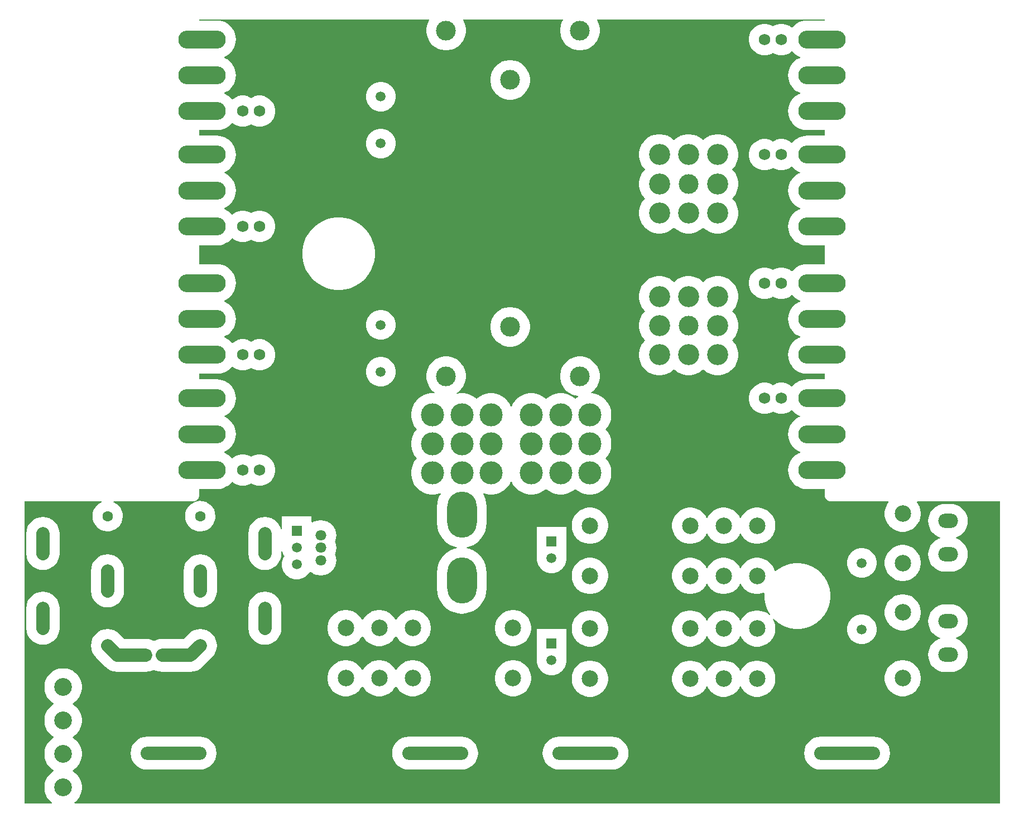
<source format=gtl>
G04*
G04 #@! TF.GenerationSoftware,Altium Limited,Altium Designer,22.8.2 (66)*
G04*
G04 Layer_Physical_Order=1*
G04 Layer_Color=255*
%FSLAX44Y44*%
%MOMM*%
G71*
G04*
G04 #@! TF.SameCoordinates,40631429-7DBC-4EA8-B2E3-056BE841FA50*
G04*
G04*
G04 #@! TF.FilePolarity,Positive*
G04*
G01*
G75*
%ADD31C,2.0000*%
%ADD32C,3.5000*%
%ADD33C,3.0000*%
%ADD34C,2.5000*%
%ADD35C,3.2000*%
%ADD36C,1.5000*%
%ADD37C,1.6000*%
%ADD38O,7.2000X2.7500*%
%ADD39O,1.7000X1.5000*%
%ADD40O,4.5000X7.0000*%
%ADD41O,10.0000X2.0000*%
%ADD42C,2.7000*%
%ADD43O,3.0000X2.2000*%
%ADD44C,8.0000*%
%ADD45R,1.5000X1.5000*%
%ADD46R,1.5000X1.5000*%
%ADD47C,1.7500*%
G36*
X1724324Y1713339D02*
X1697750D01*
X1693239Y1712984D01*
X1688838Y1711927D01*
X1684657Y1710196D01*
X1680799Y1707831D01*
X1677358Y1704892D01*
X1675412Y1702614D01*
X1674143Y1702564D01*
X1673760Y1702948D01*
X1669870Y1705547D01*
X1665548Y1707337D01*
X1660959Y1708250D01*
X1656281D01*
X1651692Y1707337D01*
X1647370Y1705547D01*
X1645920Y1704578D01*
X1644470Y1705547D01*
X1640148Y1707337D01*
X1635559Y1708250D01*
X1630881D01*
X1626292Y1707337D01*
X1621970Y1705547D01*
X1618080Y1702948D01*
X1614772Y1699640D01*
X1612173Y1695750D01*
X1610383Y1691428D01*
X1609470Y1686839D01*
Y1682161D01*
X1610383Y1677572D01*
X1612173Y1673250D01*
X1614772Y1669360D01*
X1618080Y1666052D01*
X1621970Y1663453D01*
X1626292Y1661663D01*
X1630881Y1660750D01*
X1635559D01*
X1640148Y1661663D01*
X1644470Y1663453D01*
X1645920Y1664422D01*
X1647370Y1663453D01*
X1651692Y1661663D01*
X1656281Y1660750D01*
X1660959D01*
X1665548Y1661663D01*
X1669870Y1663453D01*
X1673760Y1666052D01*
X1674143Y1666436D01*
X1675412Y1666386D01*
X1677358Y1664108D01*
X1680799Y1661169D01*
X1684657Y1658804D01*
X1686877Y1657885D01*
Y1656615D01*
X1684657Y1655696D01*
X1680799Y1653331D01*
X1677358Y1650392D01*
X1674419Y1646951D01*
X1672054Y1643093D01*
X1670323Y1638912D01*
X1669266Y1634511D01*
X1668911Y1630000D01*
X1669266Y1625489D01*
X1670323Y1621088D01*
X1672054Y1616907D01*
X1674419Y1613049D01*
X1677358Y1609608D01*
X1680799Y1606669D01*
X1684657Y1604304D01*
X1686877Y1603385D01*
Y1602115D01*
X1684657Y1601196D01*
X1680799Y1598831D01*
X1677358Y1595892D01*
X1674419Y1592451D01*
X1672054Y1588593D01*
X1670323Y1584412D01*
X1669266Y1580011D01*
X1668911Y1575500D01*
X1669266Y1570989D01*
X1670323Y1566588D01*
X1672054Y1562407D01*
X1674419Y1558549D01*
X1677358Y1555108D01*
X1680799Y1552169D01*
X1684657Y1549804D01*
X1688838Y1548073D01*
X1693239Y1547016D01*
X1697750Y1546661D01*
X1724324D01*
Y1538339D01*
X1697750D01*
X1693239Y1537984D01*
X1688838Y1536927D01*
X1684657Y1535196D01*
X1680799Y1532831D01*
X1677358Y1529892D01*
X1675412Y1527614D01*
X1674143Y1527564D01*
X1673760Y1527948D01*
X1669870Y1530547D01*
X1665548Y1532337D01*
X1660959Y1533250D01*
X1656281D01*
X1651692Y1532337D01*
X1647370Y1530547D01*
X1645920Y1529578D01*
X1644470Y1530547D01*
X1640148Y1532337D01*
X1635559Y1533250D01*
X1630881D01*
X1626292Y1532337D01*
X1621970Y1530547D01*
X1618080Y1527948D01*
X1614772Y1524640D01*
X1612173Y1520750D01*
X1610383Y1516428D01*
X1609470Y1511839D01*
Y1507161D01*
X1610383Y1502572D01*
X1612173Y1498250D01*
X1614772Y1494360D01*
X1618080Y1491052D01*
X1621970Y1488453D01*
X1626292Y1486663D01*
X1630881Y1485750D01*
X1635559D01*
X1640148Y1486663D01*
X1644470Y1488453D01*
X1645920Y1489422D01*
X1647370Y1488453D01*
X1651692Y1486663D01*
X1656281Y1485750D01*
X1660959D01*
X1665548Y1486663D01*
X1669870Y1488453D01*
X1673760Y1491052D01*
X1674143Y1491436D01*
X1675412Y1491386D01*
X1677358Y1489108D01*
X1680799Y1486169D01*
X1684657Y1483804D01*
X1686877Y1482885D01*
Y1481615D01*
X1684657Y1480696D01*
X1680799Y1478331D01*
X1677358Y1475392D01*
X1674419Y1471951D01*
X1672054Y1468093D01*
X1670323Y1463912D01*
X1669266Y1459511D01*
X1668911Y1455000D01*
X1669266Y1450489D01*
X1670323Y1446088D01*
X1672054Y1441907D01*
X1674419Y1438049D01*
X1677358Y1434608D01*
X1680799Y1431669D01*
X1684657Y1429304D01*
X1686877Y1428385D01*
Y1427115D01*
X1684657Y1426196D01*
X1680799Y1423831D01*
X1677358Y1420892D01*
X1674419Y1417451D01*
X1672054Y1413593D01*
X1670323Y1409412D01*
X1669266Y1405011D01*
X1668911Y1400500D01*
X1669266Y1395989D01*
X1670323Y1391588D01*
X1672054Y1387407D01*
X1674419Y1383549D01*
X1677358Y1380108D01*
X1680799Y1377169D01*
X1684657Y1374804D01*
X1688838Y1373073D01*
X1693239Y1372016D01*
X1697750Y1371661D01*
X1724324D01*
X1724324Y1343339D01*
X1697750D01*
X1693239Y1342984D01*
X1688838Y1341927D01*
X1684657Y1340196D01*
X1680799Y1337831D01*
X1677358Y1334892D01*
X1675412Y1332614D01*
X1674143Y1332564D01*
X1673760Y1332948D01*
X1669870Y1335547D01*
X1665548Y1337337D01*
X1660959Y1338250D01*
X1656281D01*
X1651692Y1337337D01*
X1647370Y1335547D01*
X1645920Y1334578D01*
X1644470Y1335547D01*
X1640148Y1337337D01*
X1635559Y1338250D01*
X1630881D01*
X1626292Y1337337D01*
X1621970Y1335547D01*
X1618080Y1332948D01*
X1614772Y1329640D01*
X1612173Y1325750D01*
X1610383Y1321428D01*
X1609470Y1316839D01*
Y1312161D01*
X1610383Y1307572D01*
X1612173Y1303250D01*
X1614772Y1299360D01*
X1618080Y1296052D01*
X1621970Y1293453D01*
X1626292Y1291663D01*
X1630881Y1290750D01*
X1635559D01*
X1640148Y1291663D01*
X1644470Y1293453D01*
X1645920Y1294422D01*
X1647370Y1293453D01*
X1651692Y1291663D01*
X1656281Y1290750D01*
X1660959D01*
X1665548Y1291663D01*
X1669870Y1293453D01*
X1673760Y1296052D01*
X1674143Y1296436D01*
X1675412Y1296386D01*
X1677358Y1294108D01*
X1680799Y1291169D01*
X1684657Y1288804D01*
X1686877Y1287885D01*
Y1286615D01*
X1684657Y1285696D01*
X1680799Y1283331D01*
X1677358Y1280392D01*
X1674419Y1276951D01*
X1672054Y1273093D01*
X1670323Y1268912D01*
X1669266Y1264511D01*
X1668911Y1260000D01*
X1669266Y1255489D01*
X1670323Y1251088D01*
X1672054Y1246907D01*
X1674419Y1243049D01*
X1677358Y1239608D01*
X1680799Y1236669D01*
X1684657Y1234304D01*
X1686877Y1233385D01*
Y1232115D01*
X1684657Y1231196D01*
X1680799Y1228831D01*
X1677358Y1225892D01*
X1674419Y1222451D01*
X1672054Y1218593D01*
X1670323Y1214412D01*
X1669266Y1210011D01*
X1668911Y1205500D01*
X1669266Y1200989D01*
X1670323Y1196588D01*
X1672054Y1192407D01*
X1674419Y1188549D01*
X1677358Y1185108D01*
X1680799Y1182169D01*
X1684657Y1179804D01*
X1688838Y1178073D01*
X1693239Y1177016D01*
X1697750Y1176661D01*
X1724324D01*
Y1168339D01*
X1697750D01*
X1693239Y1167984D01*
X1688838Y1166927D01*
X1684657Y1165196D01*
X1680799Y1162831D01*
X1677358Y1159892D01*
X1675412Y1157614D01*
X1674143Y1157564D01*
X1673760Y1157948D01*
X1669870Y1160547D01*
X1665548Y1162337D01*
X1660959Y1163250D01*
X1656281D01*
X1651692Y1162337D01*
X1647370Y1160547D01*
X1645920Y1159578D01*
X1644470Y1160547D01*
X1640148Y1162337D01*
X1635559Y1163250D01*
X1630881D01*
X1626292Y1162337D01*
X1621970Y1160547D01*
X1618080Y1157948D01*
X1614772Y1154640D01*
X1612173Y1150750D01*
X1610383Y1146428D01*
X1609470Y1141839D01*
Y1137161D01*
X1610383Y1132572D01*
X1612173Y1128250D01*
X1614772Y1124360D01*
X1618080Y1121052D01*
X1621970Y1118453D01*
X1626292Y1116663D01*
X1630881Y1115750D01*
X1635559D01*
X1640148Y1116663D01*
X1644470Y1118453D01*
X1645920Y1119422D01*
X1647370Y1118453D01*
X1651692Y1116663D01*
X1656281Y1115750D01*
X1660959D01*
X1665548Y1116663D01*
X1669870Y1118453D01*
X1673760Y1121052D01*
X1674143Y1121436D01*
X1675412Y1121386D01*
X1677358Y1119108D01*
X1680799Y1116169D01*
X1684657Y1113804D01*
X1686877Y1112885D01*
Y1111615D01*
X1684657Y1110696D01*
X1680799Y1108331D01*
X1677358Y1105392D01*
X1674419Y1101951D01*
X1672054Y1098093D01*
X1670323Y1093912D01*
X1669266Y1089511D01*
X1668911Y1085000D01*
X1669266Y1080489D01*
X1670323Y1076088D01*
X1672054Y1071907D01*
X1674419Y1068049D01*
X1677358Y1064608D01*
X1680799Y1061669D01*
X1684657Y1059304D01*
X1686877Y1058385D01*
Y1057115D01*
X1684657Y1056196D01*
X1680799Y1053831D01*
X1677358Y1050892D01*
X1674419Y1047451D01*
X1672054Y1043593D01*
X1670323Y1039412D01*
X1669266Y1035011D01*
X1668911Y1030500D01*
X1669266Y1025989D01*
X1670323Y1021588D01*
X1672054Y1017407D01*
X1674419Y1013549D01*
X1677358Y1010108D01*
X1680799Y1007169D01*
X1684657Y1004804D01*
X1688838Y1003073D01*
X1693239Y1002016D01*
X1697750Y1001661D01*
X1724324D01*
Y993140D01*
X1724668Y990530D01*
X1725675Y988097D01*
X1727278Y986008D01*
X1729367Y984405D01*
X1731800Y983398D01*
X1734410Y983054D01*
X1820690D01*
X1821337Y981784D01*
X1819230Y978883D01*
X1817265Y975026D01*
X1815927Y970910D01*
X1815250Y966634D01*
Y962306D01*
X1815927Y958030D01*
X1817265Y953914D01*
X1819230Y950057D01*
X1821774Y946555D01*
X1824835Y943494D01*
X1828337Y940950D01*
X1832194Y938985D01*
X1836310Y937647D01*
X1840586Y936970D01*
X1844914D01*
X1849190Y937647D01*
X1853306Y938985D01*
X1857163Y940950D01*
X1860665Y943494D01*
X1863726Y946555D01*
X1866270Y950057D01*
X1868235Y953914D01*
X1869573Y958030D01*
X1870250Y962306D01*
Y966634D01*
X1869573Y970910D01*
X1868235Y975026D01*
X1866270Y978883D01*
X1864163Y981784D01*
X1864810Y983054D01*
X1989913Y983054D01*
X1989914Y524436D01*
X586188D01*
X585796Y525644D01*
X587527Y526901D01*
X590699Y530074D01*
X593335Y533703D01*
X595372Y537700D01*
X596758Y541966D01*
X597460Y546397D01*
Y550883D01*
X596758Y555314D01*
X595372Y559580D01*
X593335Y563577D01*
X590699Y567206D01*
X587527Y570379D01*
X583897Y573015D01*
X583133Y573405D01*
Y574675D01*
X583897Y575065D01*
X587527Y577701D01*
X590699Y580873D01*
X593335Y584503D01*
X595372Y588500D01*
X596758Y592766D01*
X597460Y597197D01*
Y601683D01*
X596758Y606114D01*
X595372Y610380D01*
X593335Y614377D01*
X590699Y618007D01*
X587527Y621179D01*
X583897Y623815D01*
X583133Y624205D01*
Y625475D01*
X583897Y625865D01*
X587527Y628501D01*
X590699Y631674D01*
X593335Y635303D01*
X595372Y639300D01*
X596758Y643566D01*
X597460Y647997D01*
Y652483D01*
X596758Y656914D01*
X595372Y661180D01*
X593335Y665177D01*
X590699Y668807D01*
X587527Y671979D01*
X583897Y674615D01*
X583133Y675005D01*
Y676275D01*
X583897Y676665D01*
X587527Y679301D01*
X590699Y682474D01*
X593335Y686103D01*
X595372Y690100D01*
X596758Y694366D01*
X597460Y698797D01*
Y703283D01*
X596758Y707714D01*
X595372Y711980D01*
X593335Y715977D01*
X590699Y719606D01*
X587527Y722779D01*
X583897Y725415D01*
X579900Y727452D01*
X575634Y728838D01*
X571203Y729540D01*
X566717D01*
X562286Y728838D01*
X558020Y727452D01*
X554023Y725415D01*
X550393Y722779D01*
X547221Y719606D01*
X544585Y715977D01*
X542548Y711980D01*
X541162Y707714D01*
X540460Y703283D01*
Y698797D01*
X541162Y694366D01*
X542548Y690100D01*
X544585Y686103D01*
X547221Y682474D01*
X550393Y679301D01*
X554023Y676665D01*
X554787Y676275D01*
Y675005D01*
X554023Y674615D01*
X550393Y671979D01*
X547221Y668807D01*
X544585Y665177D01*
X542548Y661180D01*
X541162Y656914D01*
X540460Y652483D01*
Y647997D01*
X541162Y643566D01*
X542548Y639300D01*
X544585Y635303D01*
X547221Y631674D01*
X550393Y628501D01*
X554023Y625865D01*
X554787Y625475D01*
Y624205D01*
X554023Y623815D01*
X550393Y621179D01*
X547221Y618007D01*
X544585Y614377D01*
X542548Y610380D01*
X541162Y606114D01*
X540460Y601683D01*
Y597197D01*
X541162Y592766D01*
X542548Y588500D01*
X544585Y584503D01*
X547221Y580873D01*
X550393Y577701D01*
X554023Y575065D01*
X554787Y574675D01*
Y573405D01*
X554023Y573015D01*
X550393Y570379D01*
X547221Y567206D01*
X544585Y563577D01*
X542548Y559580D01*
X541162Y555314D01*
X540460Y550883D01*
Y546397D01*
X541162Y541966D01*
X542548Y537700D01*
X544585Y533703D01*
X547221Y530074D01*
X550393Y526901D01*
X552124Y525644D01*
X551732Y524436D01*
X510086D01*
X510086Y983054D01*
X627040D01*
X627336Y981784D01*
X624113Y980194D01*
X620518Y977436D01*
X617531Y974030D01*
X615266Y970106D01*
X613810Y965816D01*
X613218Y961324D01*
X613515Y956803D01*
X614687Y952427D01*
X616691Y948364D01*
X619449Y944769D01*
X622855Y941782D01*
X626779Y939517D01*
X631069Y938061D01*
X635561Y937469D01*
X640082Y937766D01*
X644458Y938938D01*
X648521Y940942D01*
X652116Y943700D01*
X655103Y947106D01*
X657368Y951030D01*
X658825Y955320D01*
X659416Y959812D01*
X659120Y964333D01*
X657947Y968709D01*
X655943Y972772D01*
X653185Y976367D01*
X649779Y979354D01*
X645855Y981619D01*
X645321Y981801D01*
X645527Y983054D01*
X765590D01*
X768200Y983398D01*
X770633Y984405D01*
X772722Y986008D01*
X774324Y988097D01*
X775332Y990530D01*
X775676Y993140D01*
Y1001661D01*
X802250D01*
X806761Y1002016D01*
X811161Y1003073D01*
X815342Y1004804D01*
X819201Y1007169D01*
X822642Y1010108D01*
X824587Y1012386D01*
X825856Y1012436D01*
X826240Y1012052D01*
X830130Y1009453D01*
X834452Y1007663D01*
X839040Y1006750D01*
X843719D01*
X848307Y1007663D01*
X852629Y1009453D01*
X854080Y1010422D01*
X855530Y1009453D01*
X859852Y1007663D01*
X864440Y1006750D01*
X869119D01*
X873707Y1007663D01*
X878029Y1009453D01*
X881919Y1012052D01*
X885227Y1015360D01*
X887826Y1019250D01*
X889617Y1023572D01*
X890529Y1028161D01*
Y1032839D01*
X889617Y1037428D01*
X887826Y1041750D01*
X885227Y1045640D01*
X881919Y1048948D01*
X878029Y1051547D01*
X873707Y1053337D01*
X869119Y1054250D01*
X864440D01*
X859852Y1053337D01*
X855530Y1051547D01*
X854080Y1050578D01*
X852629Y1051547D01*
X848307Y1053337D01*
X843719Y1054250D01*
X839040D01*
X834452Y1053337D01*
X830130Y1051547D01*
X826240Y1048948D01*
X825856Y1048564D01*
X824587Y1048614D01*
X822642Y1050892D01*
X819201Y1053831D01*
X815342Y1056196D01*
X813123Y1057115D01*
Y1058385D01*
X815342Y1059304D01*
X819201Y1061669D01*
X822642Y1064608D01*
X825581Y1068049D01*
X827945Y1071907D01*
X829677Y1076088D01*
X830733Y1080489D01*
X831088Y1085000D01*
X830733Y1089511D01*
X829677Y1093912D01*
X827945Y1098093D01*
X825581Y1101951D01*
X822642Y1105392D01*
X819201Y1108331D01*
X815342Y1110696D01*
X813123Y1111615D01*
Y1112885D01*
X815342Y1113804D01*
X819201Y1116169D01*
X822642Y1119108D01*
X825581Y1122549D01*
X827945Y1126407D01*
X829677Y1130588D01*
X830733Y1134989D01*
X831088Y1139500D01*
X830733Y1144011D01*
X829677Y1148412D01*
X827945Y1152593D01*
X825581Y1156451D01*
X822642Y1159892D01*
X819201Y1162831D01*
X815342Y1165196D01*
X811161Y1166927D01*
X806761Y1167984D01*
X802250Y1168339D01*
X775676D01*
Y1176661D01*
X802250D01*
X806761Y1177016D01*
X811161Y1178073D01*
X815342Y1179804D01*
X819201Y1182169D01*
X822642Y1185108D01*
X824587Y1187386D01*
X825856Y1187436D01*
X826240Y1187052D01*
X830130Y1184453D01*
X834452Y1182663D01*
X839040Y1181750D01*
X843719D01*
X848307Y1182663D01*
X852629Y1184453D01*
X854080Y1185422D01*
X855530Y1184453D01*
X859852Y1182663D01*
X864440Y1181750D01*
X869119D01*
X873707Y1182663D01*
X878029Y1184453D01*
X881919Y1187052D01*
X885227Y1190360D01*
X887826Y1194250D01*
X889617Y1198572D01*
X890529Y1203161D01*
Y1207839D01*
X889617Y1212428D01*
X887826Y1216750D01*
X885227Y1220640D01*
X881919Y1223948D01*
X878029Y1226547D01*
X873707Y1228337D01*
X869119Y1229250D01*
X864440D01*
X859852Y1228337D01*
X855530Y1226547D01*
X854080Y1225578D01*
X852629Y1226547D01*
X848307Y1228337D01*
X843719Y1229250D01*
X839040D01*
X834452Y1228337D01*
X830130Y1226547D01*
X826240Y1223948D01*
X825856Y1223564D01*
X824587Y1223614D01*
X822642Y1225892D01*
X819201Y1228831D01*
X815342Y1231196D01*
X813123Y1232115D01*
Y1233385D01*
X815342Y1234304D01*
X819201Y1236669D01*
X822642Y1239608D01*
X825581Y1243049D01*
X827945Y1246907D01*
X829677Y1251088D01*
X830733Y1255489D01*
X831088Y1260000D01*
X830733Y1264511D01*
X829677Y1268912D01*
X827945Y1273093D01*
X825581Y1276951D01*
X822642Y1280392D01*
X819201Y1283331D01*
X815342Y1285696D01*
X813123Y1286615D01*
Y1287885D01*
X815342Y1288804D01*
X819201Y1291169D01*
X822642Y1294108D01*
X825581Y1297549D01*
X827945Y1301407D01*
X829677Y1305588D01*
X830733Y1309989D01*
X831088Y1314500D01*
X830733Y1319011D01*
X829677Y1323412D01*
X827945Y1327593D01*
X825581Y1331451D01*
X822642Y1334892D01*
X819201Y1337831D01*
X815342Y1340196D01*
X811161Y1341927D01*
X806761Y1342984D01*
X802250Y1343339D01*
X775676D01*
X775676Y1371661D01*
X802250D01*
X806761Y1372016D01*
X811161Y1373073D01*
X815342Y1374804D01*
X819201Y1377169D01*
X822642Y1380108D01*
X824587Y1382386D01*
X825856Y1382436D01*
X826240Y1382052D01*
X830130Y1379453D01*
X834452Y1377663D01*
X839040Y1376750D01*
X843719D01*
X848307Y1377663D01*
X852629Y1379453D01*
X854080Y1380422D01*
X855530Y1379453D01*
X859852Y1377663D01*
X864440Y1376750D01*
X869119D01*
X873707Y1377663D01*
X878029Y1379453D01*
X881919Y1382052D01*
X885227Y1385360D01*
X887827Y1389250D01*
X889617Y1393572D01*
X890529Y1398161D01*
Y1402839D01*
X889617Y1407428D01*
X887827Y1411750D01*
X885227Y1415640D01*
X881919Y1418948D01*
X878029Y1421547D01*
X873707Y1423337D01*
X869119Y1424250D01*
X864440D01*
X859852Y1423337D01*
X855530Y1421547D01*
X854080Y1420578D01*
X852629Y1421547D01*
X848307Y1423337D01*
X843719Y1424250D01*
X839040D01*
X834452Y1423337D01*
X830130Y1421547D01*
X826240Y1418948D01*
X825856Y1418564D01*
X824587Y1418614D01*
X822642Y1420892D01*
X819201Y1423831D01*
X815342Y1426196D01*
X813123Y1427115D01*
Y1428385D01*
X815342Y1429304D01*
X819201Y1431669D01*
X822642Y1434608D01*
X825581Y1438049D01*
X827945Y1441907D01*
X829677Y1446088D01*
X830733Y1450489D01*
X831088Y1455000D01*
X830733Y1459511D01*
X829677Y1463912D01*
X827945Y1468093D01*
X825581Y1471951D01*
X822642Y1475392D01*
X819201Y1478331D01*
X815342Y1480696D01*
X813123Y1481615D01*
Y1482885D01*
X815342Y1483804D01*
X819201Y1486169D01*
X822642Y1489108D01*
X825581Y1492549D01*
X827945Y1496407D01*
X829677Y1500588D01*
X830733Y1504989D01*
X831088Y1509500D01*
X830733Y1514011D01*
X829677Y1518412D01*
X827945Y1522593D01*
X825581Y1526451D01*
X822642Y1529892D01*
X819201Y1532831D01*
X815342Y1535196D01*
X811161Y1536927D01*
X806761Y1537984D01*
X802250Y1538339D01*
X775676D01*
Y1546661D01*
X802250D01*
X806761Y1547016D01*
X811161Y1548073D01*
X815342Y1549804D01*
X819201Y1552169D01*
X822642Y1555108D01*
X824587Y1557386D01*
X825856Y1557436D01*
X826240Y1557052D01*
X830130Y1554453D01*
X834452Y1552663D01*
X839040Y1551750D01*
X843719D01*
X848307Y1552663D01*
X852629Y1554453D01*
X854080Y1555422D01*
X855530Y1554453D01*
X859852Y1552663D01*
X864440Y1551750D01*
X869119D01*
X873707Y1552663D01*
X878029Y1554453D01*
X881919Y1557052D01*
X885227Y1560360D01*
X887827Y1564250D01*
X889617Y1568572D01*
X890529Y1573161D01*
Y1577839D01*
X889617Y1582428D01*
X887827Y1586750D01*
X885227Y1590640D01*
X881919Y1593948D01*
X878029Y1596547D01*
X873707Y1598337D01*
X869119Y1599250D01*
X864440D01*
X859852Y1598337D01*
X855530Y1596547D01*
X854080Y1595578D01*
X852629Y1596547D01*
X848307Y1598337D01*
X843719Y1599250D01*
X839040D01*
X834452Y1598337D01*
X830130Y1596547D01*
X826240Y1593948D01*
X825856Y1593564D01*
X824587Y1593614D01*
X822642Y1595892D01*
X819201Y1598831D01*
X815342Y1601196D01*
X813123Y1602115D01*
Y1603385D01*
X815342Y1604304D01*
X819201Y1606669D01*
X822642Y1609608D01*
X825581Y1613049D01*
X827945Y1616907D01*
X829677Y1621088D01*
X830733Y1625489D01*
X831088Y1630000D01*
X830733Y1634511D01*
X829677Y1638912D01*
X827945Y1643093D01*
X825581Y1646951D01*
X822642Y1650392D01*
X819201Y1653331D01*
X815342Y1655696D01*
X813123Y1656615D01*
Y1657885D01*
X815342Y1658804D01*
X819201Y1661169D01*
X822642Y1664108D01*
X825581Y1667549D01*
X827945Y1671407D01*
X829677Y1675588D01*
X830733Y1679989D01*
X831088Y1684500D01*
X830733Y1689011D01*
X829677Y1693412D01*
X827945Y1697593D01*
X825581Y1701451D01*
X822642Y1704892D01*
X819201Y1707831D01*
X815342Y1710196D01*
X811161Y1711927D01*
X806761Y1712984D01*
X802250Y1713339D01*
X775676D01*
Y1714914D01*
X1123731D01*
X1123986Y1714412D01*
X1124236Y1713644D01*
X1122163Y1709576D01*
X1120704Y1705085D01*
X1119965Y1700421D01*
Y1695699D01*
X1120704Y1691035D01*
X1122163Y1686544D01*
X1124307Y1682337D01*
X1127082Y1678516D01*
X1130421Y1675177D01*
X1134241Y1672402D01*
X1138449Y1670258D01*
X1142940Y1668799D01*
X1147604Y1668060D01*
X1152326D01*
X1156990Y1668799D01*
X1161481Y1670258D01*
X1165688Y1672402D01*
X1169509Y1675177D01*
X1172848Y1678516D01*
X1175623Y1682337D01*
X1177767Y1686544D01*
X1179226Y1691035D01*
X1179965Y1695699D01*
Y1700421D01*
X1179226Y1705085D01*
X1177767Y1709576D01*
X1175694Y1713644D01*
X1175944Y1714412D01*
X1176199Y1714914D01*
X1326731D01*
X1326986Y1714412D01*
X1327236Y1713644D01*
X1325163Y1709576D01*
X1323704Y1705085D01*
X1322965Y1700421D01*
Y1695699D01*
X1323704Y1691035D01*
X1325163Y1686544D01*
X1327307Y1682337D01*
X1330082Y1678516D01*
X1333421Y1675177D01*
X1337242Y1672402D01*
X1341449Y1670258D01*
X1345940Y1668799D01*
X1350604Y1668060D01*
X1355326D01*
X1359990Y1668799D01*
X1364481Y1670258D01*
X1368688Y1672402D01*
X1372509Y1675177D01*
X1375848Y1678516D01*
X1378623Y1682337D01*
X1380767Y1686544D01*
X1382226Y1691035D01*
X1382965Y1695699D01*
Y1700421D01*
X1382226Y1705085D01*
X1380767Y1709576D01*
X1378694Y1713644D01*
X1378944Y1714412D01*
X1379199Y1714914D01*
X1724324D01*
Y1713339D01*
D02*
G37*
%LPC*%
G36*
X1249372Y1653060D02*
X1244650D01*
X1239986Y1652321D01*
X1235495Y1650862D01*
X1231288Y1648718D01*
X1227467Y1645943D01*
X1224128Y1642604D01*
X1221353Y1638783D01*
X1219209Y1634576D01*
X1217750Y1630085D01*
X1217011Y1625421D01*
Y1620699D01*
X1217750Y1616035D01*
X1219209Y1611544D01*
X1221353Y1607337D01*
X1224128Y1603516D01*
X1227467Y1600177D01*
X1231288Y1597402D01*
X1235495Y1595258D01*
X1239986Y1593799D01*
X1244650Y1593060D01*
X1249372D01*
X1254036Y1593799D01*
X1258527Y1595258D01*
X1262734Y1597402D01*
X1266555Y1600177D01*
X1269894Y1603516D01*
X1272669Y1607337D01*
X1274813Y1611544D01*
X1276272Y1616035D01*
X1277011Y1620699D01*
Y1625421D01*
X1276272Y1630085D01*
X1274813Y1634576D01*
X1272669Y1638783D01*
X1269894Y1642604D01*
X1266555Y1645943D01*
X1262734Y1648718D01*
X1258527Y1650862D01*
X1254036Y1652321D01*
X1249372Y1653060D01*
D02*
G37*
G36*
X1052976Y1620160D02*
X1048544D01*
X1044197Y1619295D01*
X1040102Y1617599D01*
X1036417Y1615137D01*
X1033283Y1612003D01*
X1030821Y1608318D01*
X1029125Y1604223D01*
X1028260Y1599876D01*
Y1595444D01*
X1029125Y1591097D01*
X1030821Y1587002D01*
X1033283Y1583317D01*
X1036417Y1580183D01*
X1040102Y1577721D01*
X1044197Y1576025D01*
X1048544Y1575160D01*
X1052976D01*
X1057323Y1576025D01*
X1061418Y1577721D01*
X1065103Y1580183D01*
X1068237Y1583317D01*
X1070699Y1587002D01*
X1072395Y1591097D01*
X1073260Y1595444D01*
Y1599876D01*
X1072395Y1604223D01*
X1070699Y1608318D01*
X1068237Y1612003D01*
X1065103Y1615137D01*
X1061418Y1617599D01*
X1057323Y1619295D01*
X1052976Y1620160D01*
D02*
G37*
G36*
X1564598Y1540500D02*
X1559718D01*
X1554899Y1539737D01*
X1550258Y1538229D01*
X1545911Y1536014D01*
X1541963Y1533145D01*
X1539983Y1531166D01*
X1538003Y1533145D01*
X1534056Y1536014D01*
X1529708Y1538229D01*
X1525067Y1539737D01*
X1520248Y1540500D01*
X1515368D01*
X1510549Y1539737D01*
X1505908Y1538229D01*
X1501561Y1536014D01*
X1497613Y1533145D01*
X1495633Y1531166D01*
X1493653Y1533145D01*
X1489706Y1536014D01*
X1485358Y1538229D01*
X1480717Y1539737D01*
X1475898Y1540500D01*
X1471019D01*
X1466199Y1539737D01*
X1461558Y1538229D01*
X1457211Y1536014D01*
X1453263Y1533145D01*
X1449813Y1529695D01*
X1446945Y1525748D01*
X1444729Y1521400D01*
X1443222Y1516759D01*
X1442458Y1511940D01*
Y1507060D01*
X1443222Y1502241D01*
X1444729Y1497600D01*
X1446945Y1493253D01*
X1449813Y1489305D01*
X1451793Y1487325D01*
X1449813Y1485345D01*
X1446945Y1481398D01*
X1444729Y1477050D01*
X1443222Y1472409D01*
X1442458Y1467590D01*
Y1462710D01*
X1443222Y1457891D01*
X1444729Y1453250D01*
X1446945Y1448902D01*
X1449813Y1444955D01*
X1451793Y1442975D01*
X1449813Y1440995D01*
X1446945Y1437047D01*
X1444729Y1432700D01*
X1443222Y1428059D01*
X1442458Y1423240D01*
Y1418360D01*
X1443222Y1413541D01*
X1444729Y1408900D01*
X1446945Y1404552D01*
X1449813Y1400605D01*
X1453263Y1397155D01*
X1457211Y1394286D01*
X1461558Y1392071D01*
X1466199Y1390563D01*
X1471019Y1389800D01*
X1475898D01*
X1480717Y1390563D01*
X1485358Y1392071D01*
X1489706Y1394286D01*
X1493653Y1397155D01*
X1495633Y1399134D01*
X1497613Y1397155D01*
X1501561Y1394286D01*
X1505908Y1392071D01*
X1510549Y1390563D01*
X1515368Y1389800D01*
X1520248D01*
X1525067Y1390563D01*
X1529708Y1392071D01*
X1534056Y1394286D01*
X1538003Y1397155D01*
X1539983Y1399134D01*
X1541963Y1397155D01*
X1545911Y1394286D01*
X1550258Y1392071D01*
X1554899Y1390563D01*
X1559718Y1389800D01*
X1564598D01*
X1569418Y1390563D01*
X1574058Y1392071D01*
X1578406Y1394286D01*
X1582353Y1397155D01*
X1585804Y1400605D01*
X1588672Y1404552D01*
X1590887Y1408900D01*
X1592395Y1413541D01*
X1593158Y1418360D01*
Y1423240D01*
X1592395Y1428059D01*
X1590887Y1432700D01*
X1588672Y1437047D01*
X1585804Y1440995D01*
X1583824Y1442975D01*
X1585804Y1444955D01*
X1588672Y1448902D01*
X1590887Y1453250D01*
X1592395Y1457891D01*
X1593158Y1462710D01*
Y1467590D01*
X1592395Y1472409D01*
X1590887Y1477050D01*
X1588672Y1481398D01*
X1585804Y1485345D01*
X1583824Y1487325D01*
X1585804Y1489305D01*
X1588672Y1493253D01*
X1590887Y1497600D01*
X1592395Y1502241D01*
X1593158Y1507060D01*
Y1511940D01*
X1592395Y1516759D01*
X1590887Y1521400D01*
X1588672Y1525748D01*
X1585804Y1529695D01*
X1582353Y1533145D01*
X1578406Y1536014D01*
X1574058Y1538229D01*
X1569418Y1539737D01*
X1564598Y1540500D01*
D02*
G37*
G36*
X1052976Y1549040D02*
X1048544D01*
X1044197Y1548175D01*
X1040102Y1546479D01*
X1036417Y1544017D01*
X1033283Y1540883D01*
X1030821Y1537198D01*
X1029125Y1533103D01*
X1028260Y1528756D01*
Y1524324D01*
X1029125Y1519977D01*
X1030821Y1515882D01*
X1033283Y1512197D01*
X1036417Y1509063D01*
X1040102Y1506601D01*
X1044197Y1504905D01*
X1048544Y1504040D01*
X1052976D01*
X1057323Y1504905D01*
X1061418Y1506601D01*
X1065103Y1509063D01*
X1068237Y1512197D01*
X1070699Y1515882D01*
X1072395Y1519977D01*
X1073260Y1524324D01*
Y1528756D01*
X1072395Y1533103D01*
X1070699Y1537198D01*
X1068237Y1540883D01*
X1065103Y1544017D01*
X1061418Y1546479D01*
X1057323Y1548175D01*
X1052976Y1549040D01*
D02*
G37*
G36*
X1564598Y1325200D02*
X1559718D01*
X1554899Y1324437D01*
X1550258Y1322929D01*
X1545911Y1320714D01*
X1541963Y1317845D01*
X1539983Y1315866D01*
X1538003Y1317845D01*
X1534056Y1320714D01*
X1529708Y1322929D01*
X1525067Y1324437D01*
X1520248Y1325200D01*
X1515368D01*
X1510549Y1324437D01*
X1505908Y1322929D01*
X1501561Y1320714D01*
X1497613Y1317845D01*
X1495633Y1315866D01*
X1493653Y1317845D01*
X1489706Y1320714D01*
X1485358Y1322929D01*
X1480717Y1324437D01*
X1475898Y1325200D01*
X1471019D01*
X1466199Y1324437D01*
X1461558Y1322929D01*
X1457211Y1320714D01*
X1453263Y1317845D01*
X1449813Y1314395D01*
X1446945Y1310448D01*
X1444729Y1306100D01*
X1443222Y1301459D01*
X1442458Y1296640D01*
Y1291760D01*
X1443222Y1286941D01*
X1444729Y1282300D01*
X1446945Y1277952D01*
X1449813Y1274005D01*
X1451793Y1272025D01*
X1449813Y1270045D01*
X1446945Y1266097D01*
X1444729Y1261750D01*
X1443222Y1257109D01*
X1442458Y1252290D01*
Y1247410D01*
X1443222Y1242591D01*
X1444729Y1237950D01*
X1446945Y1233603D01*
X1449813Y1229655D01*
X1451793Y1227675D01*
X1449813Y1225695D01*
X1446945Y1221748D01*
X1444729Y1217400D01*
X1443222Y1212759D01*
X1442458Y1207940D01*
Y1203060D01*
X1443222Y1198241D01*
X1444729Y1193600D01*
X1446945Y1189252D01*
X1449813Y1185305D01*
X1453263Y1181854D01*
X1457211Y1178986D01*
X1461558Y1176771D01*
X1466199Y1175263D01*
X1471019Y1174500D01*
X1475898D01*
X1480717Y1175263D01*
X1485358Y1176771D01*
X1489706Y1178986D01*
X1493653Y1181854D01*
X1495633Y1183834D01*
X1497613Y1181854D01*
X1501561Y1178986D01*
X1505908Y1176771D01*
X1510549Y1175263D01*
X1515368Y1174500D01*
X1520248D01*
X1525067Y1175263D01*
X1529708Y1176771D01*
X1534056Y1178986D01*
X1538003Y1181854D01*
X1539983Y1183834D01*
X1541963Y1181854D01*
X1545911Y1178986D01*
X1550258Y1176771D01*
X1554899Y1175263D01*
X1559718Y1174500D01*
X1564598D01*
X1569418Y1175263D01*
X1574058Y1176771D01*
X1578406Y1178986D01*
X1582353Y1181854D01*
X1585804Y1185305D01*
X1588672Y1189252D01*
X1590887Y1193600D01*
X1592395Y1198241D01*
X1593158Y1203060D01*
Y1207940D01*
X1592395Y1212759D01*
X1590887Y1217400D01*
X1588672Y1221748D01*
X1585804Y1225695D01*
X1583824Y1227675D01*
X1585804Y1229655D01*
X1588672Y1233603D01*
X1590887Y1237950D01*
X1592395Y1242591D01*
X1593158Y1247410D01*
Y1252290D01*
X1592395Y1257109D01*
X1590887Y1261750D01*
X1588672Y1266097D01*
X1585804Y1270045D01*
X1583824Y1272025D01*
X1585804Y1274005D01*
X1588672Y1277952D01*
X1590887Y1282300D01*
X1592395Y1286941D01*
X1593158Y1291760D01*
Y1296640D01*
X1592395Y1301459D01*
X1590887Y1306100D01*
X1588672Y1310448D01*
X1585804Y1314395D01*
X1582353Y1317845D01*
X1578406Y1320714D01*
X1574058Y1322929D01*
X1569418Y1324437D01*
X1564598Y1325200D01*
D02*
G37*
G36*
X990395Y1414070D02*
X983185D01*
X976037Y1413129D01*
X969073Y1411263D01*
X962412Y1408504D01*
X956168Y1404899D01*
X950448Y1400510D01*
X945350Y1395412D01*
X940961Y1389692D01*
X937356Y1383448D01*
X934597Y1376787D01*
X932731Y1369823D01*
X931790Y1362675D01*
Y1355465D01*
X932731Y1348317D01*
X934597Y1341353D01*
X937356Y1334692D01*
X940961Y1328448D01*
X945350Y1322728D01*
X950448Y1317630D01*
X956168Y1313241D01*
X962412Y1309636D01*
X969073Y1306877D01*
X976037Y1305011D01*
X983185Y1304070D01*
X990395D01*
X997543Y1305011D01*
X1004507Y1306877D01*
X1011168Y1309636D01*
X1017412Y1313241D01*
X1023132Y1317630D01*
X1028230Y1322728D01*
X1032619Y1328448D01*
X1036224Y1334692D01*
X1038983Y1341353D01*
X1040849Y1348317D01*
X1041790Y1355465D01*
Y1362675D01*
X1040849Y1369823D01*
X1038983Y1376787D01*
X1036224Y1383448D01*
X1032619Y1389692D01*
X1028230Y1395412D01*
X1023132Y1400510D01*
X1017412Y1404899D01*
X1011168Y1408504D01*
X1004507Y1411263D01*
X997543Y1413129D01*
X990395Y1414070D01*
D02*
G37*
G36*
X1052976Y1273450D02*
X1048544D01*
X1044197Y1272585D01*
X1040102Y1270889D01*
X1036417Y1268427D01*
X1033283Y1265293D01*
X1030821Y1261608D01*
X1029125Y1257513D01*
X1028260Y1253166D01*
Y1248734D01*
X1029125Y1244387D01*
X1030821Y1240292D01*
X1033283Y1236607D01*
X1036417Y1233473D01*
X1040102Y1231011D01*
X1044197Y1229315D01*
X1048544Y1228450D01*
X1052976D01*
X1057323Y1229315D01*
X1061418Y1231011D01*
X1065103Y1233473D01*
X1068237Y1236607D01*
X1070699Y1240292D01*
X1072395Y1244387D01*
X1073260Y1248734D01*
Y1253166D01*
X1072395Y1257513D01*
X1070699Y1261608D01*
X1068237Y1265293D01*
X1065103Y1268427D01*
X1061418Y1270889D01*
X1057323Y1272585D01*
X1052976Y1273450D01*
D02*
G37*
G36*
X1249372Y1278060D02*
X1244650D01*
X1239986Y1277321D01*
X1235495Y1275862D01*
X1231288Y1273718D01*
X1227467Y1270943D01*
X1224128Y1267604D01*
X1221353Y1263783D01*
X1219209Y1259576D01*
X1217750Y1255085D01*
X1217011Y1250421D01*
Y1245699D01*
X1217750Y1241035D01*
X1219209Y1236544D01*
X1221353Y1232337D01*
X1224128Y1228516D01*
X1227467Y1225177D01*
X1231288Y1222402D01*
X1235495Y1220258D01*
X1239986Y1218799D01*
X1244650Y1218060D01*
X1249372D01*
X1254036Y1218799D01*
X1258527Y1220258D01*
X1262734Y1222402D01*
X1266555Y1225177D01*
X1269894Y1228516D01*
X1272669Y1232337D01*
X1274813Y1236544D01*
X1276272Y1241035D01*
X1277011Y1245699D01*
Y1250421D01*
X1276272Y1255085D01*
X1274813Y1259576D01*
X1272669Y1263783D01*
X1269894Y1267604D01*
X1266555Y1270943D01*
X1262734Y1273718D01*
X1258527Y1275862D01*
X1254036Y1277321D01*
X1249372Y1278060D01*
D02*
G37*
G36*
X1052976Y1202330D02*
X1048544D01*
X1044197Y1201465D01*
X1040102Y1199769D01*
X1036417Y1197307D01*
X1033283Y1194173D01*
X1030821Y1190488D01*
X1029125Y1186393D01*
X1028260Y1182046D01*
Y1177614D01*
X1029125Y1173267D01*
X1030821Y1169172D01*
X1033283Y1165487D01*
X1036417Y1162353D01*
X1040102Y1159891D01*
X1044197Y1158195D01*
X1048544Y1157330D01*
X1052976D01*
X1057323Y1158195D01*
X1061418Y1159891D01*
X1065103Y1162353D01*
X1068237Y1165487D01*
X1070699Y1169172D01*
X1072395Y1173267D01*
X1073260Y1177614D01*
Y1182046D01*
X1072395Y1186393D01*
X1070699Y1190488D01*
X1068237Y1194173D01*
X1065103Y1197307D01*
X1061418Y1199769D01*
X1057323Y1201465D01*
X1052976Y1202330D01*
D02*
G37*
G36*
X1355326Y1203060D02*
X1350604D01*
X1345940Y1202321D01*
X1341449Y1200862D01*
X1337242Y1198718D01*
X1333421Y1195943D01*
X1330082Y1192604D01*
X1327307Y1188783D01*
X1325163Y1184576D01*
X1323704Y1180085D01*
X1322965Y1175421D01*
Y1170699D01*
X1323704Y1166035D01*
X1325163Y1161544D01*
X1327307Y1157337D01*
X1330082Y1153516D01*
X1333421Y1150177D01*
X1337242Y1147402D01*
X1341449Y1145258D01*
X1345940Y1143799D01*
X1349864Y1143177D01*
X1350185Y1141841D01*
X1346908Y1139460D01*
X1345905Y1138457D01*
X1344902Y1139460D01*
X1340764Y1142467D01*
X1336206Y1144789D01*
X1331340Y1146370D01*
X1326288Y1147170D01*
X1321172D01*
X1316120Y1146370D01*
X1311254Y1144789D01*
X1306696Y1142467D01*
X1302558Y1139460D01*
X1301555Y1138457D01*
X1300552Y1139460D01*
X1296414Y1142467D01*
X1291856Y1144789D01*
X1286990Y1146370D01*
X1281938Y1147170D01*
X1276822D01*
X1271770Y1146370D01*
X1266904Y1144789D01*
X1262346Y1142467D01*
X1258208Y1139460D01*
X1254590Y1135842D01*
X1251583Y1131704D01*
X1249428Y1127473D01*
X1248932Y1127341D01*
X1248528D01*
X1248032Y1127473D01*
X1245876Y1131704D01*
X1242870Y1135842D01*
X1239252Y1139460D01*
X1235114Y1142467D01*
X1230556Y1144789D01*
X1225690Y1146370D01*
X1220638Y1147170D01*
X1215522D01*
X1210470Y1146370D01*
X1205604Y1144789D01*
X1201046Y1142467D01*
X1196908Y1139460D01*
X1195905Y1138457D01*
X1194902Y1139460D01*
X1190764Y1142467D01*
X1186206Y1144789D01*
X1181340Y1146370D01*
X1176288Y1147170D01*
X1171172D01*
X1166515Y1146432D01*
X1166015Y1147639D01*
X1169509Y1150177D01*
X1172848Y1153516D01*
X1175623Y1157337D01*
X1177767Y1161544D01*
X1179226Y1166035D01*
X1179965Y1170699D01*
Y1175421D01*
X1179226Y1180085D01*
X1177767Y1184576D01*
X1175623Y1188783D01*
X1172848Y1192604D01*
X1169509Y1195943D01*
X1165688Y1198718D01*
X1161481Y1200862D01*
X1156990Y1202321D01*
X1152326Y1203060D01*
X1147604D01*
X1142940Y1202321D01*
X1138449Y1200862D01*
X1134241Y1198718D01*
X1130421Y1195943D01*
X1127082Y1192604D01*
X1124307Y1188783D01*
X1122163Y1184576D01*
X1120704Y1180085D01*
X1119965Y1175421D01*
Y1170699D01*
X1120704Y1166035D01*
X1122163Y1161544D01*
X1124307Y1157337D01*
X1127082Y1153516D01*
X1130421Y1150177D01*
X1133028Y1148283D01*
X1132529Y1147076D01*
X1131938Y1147170D01*
X1126822D01*
X1121770Y1146370D01*
X1116904Y1144789D01*
X1112346Y1142467D01*
X1108208Y1139460D01*
X1104590Y1135842D01*
X1101583Y1131704D01*
X1099261Y1127146D01*
X1097680Y1122280D01*
X1096880Y1117228D01*
Y1112112D01*
X1097680Y1107060D01*
X1099261Y1102194D01*
X1101583Y1097636D01*
X1104590Y1093498D01*
X1105593Y1092495D01*
X1104590Y1091492D01*
X1101583Y1087354D01*
X1099261Y1082796D01*
X1097680Y1077930D01*
X1096880Y1072878D01*
Y1067762D01*
X1097680Y1062710D01*
X1099261Y1057844D01*
X1101583Y1053286D01*
X1104590Y1049148D01*
X1105593Y1048145D01*
X1104590Y1047142D01*
X1101583Y1043004D01*
X1099261Y1038446D01*
X1097680Y1033580D01*
X1096880Y1028528D01*
Y1023412D01*
X1097680Y1018360D01*
X1099261Y1013494D01*
X1101583Y1008936D01*
X1104590Y1004798D01*
X1108208Y1001180D01*
X1112346Y998174D01*
X1116904Y995851D01*
X1121770Y994270D01*
X1126822Y993470D01*
X1131938D01*
X1136990Y994270D01*
X1140711Y995479D01*
X1141549Y994416D01*
X1140214Y992237D01*
X1137955Y986784D01*
X1136577Y981044D01*
X1136114Y975160D01*
Y950160D01*
X1136577Y944276D01*
X1137955Y938536D01*
X1140214Y933083D01*
X1143298Y928050D01*
X1147132Y923561D01*
X1151620Y919728D01*
X1156653Y916644D01*
X1162106Y914385D01*
X1166572Y913313D01*
Y912007D01*
X1162106Y910935D01*
X1156653Y908676D01*
X1151620Y905592D01*
X1147132Y901758D01*
X1143298Y897270D01*
X1140214Y892237D01*
X1137955Y886784D01*
X1136577Y881044D01*
X1136114Y875160D01*
Y850160D01*
X1136577Y844276D01*
X1137955Y838536D01*
X1140214Y833083D01*
X1143298Y828050D01*
X1147132Y823561D01*
X1151620Y819728D01*
X1156653Y816644D01*
X1162106Y814385D01*
X1167846Y813007D01*
X1173730Y812544D01*
X1179614Y813007D01*
X1185354Y814385D01*
X1190807Y816644D01*
X1195840Y819728D01*
X1200329Y823561D01*
X1204162Y828050D01*
X1207246Y833083D01*
X1209505Y838536D01*
X1210883Y844276D01*
X1211346Y850160D01*
Y875160D01*
X1210883Y881044D01*
X1209505Y886784D01*
X1207246Y892237D01*
X1204162Y897270D01*
X1200329Y901758D01*
X1195840Y905592D01*
X1190807Y908676D01*
X1185354Y910935D01*
X1180889Y912007D01*
Y913313D01*
X1185354Y914385D01*
X1190807Y916644D01*
X1195840Y919728D01*
X1200329Y923561D01*
X1204162Y928050D01*
X1207246Y933083D01*
X1209505Y938536D01*
X1210883Y944276D01*
X1211346Y950160D01*
Y975160D01*
X1210883Y981044D01*
X1209505Y986784D01*
X1207246Y992237D01*
X1205911Y994416D01*
X1206749Y995479D01*
X1210470Y994270D01*
X1215522Y993470D01*
X1220638D01*
X1225690Y994270D01*
X1230556Y995851D01*
X1235114Y998174D01*
X1239252Y1001180D01*
X1242870Y1004798D01*
X1245876Y1008936D01*
X1248032Y1013167D01*
X1248528Y1013299D01*
X1248932D01*
X1249428Y1013167D01*
X1251583Y1008936D01*
X1254590Y1004798D01*
X1258208Y1001180D01*
X1262346Y998174D01*
X1266904Y995851D01*
X1271770Y994270D01*
X1276822Y993470D01*
X1281938D01*
X1286990Y994270D01*
X1291856Y995851D01*
X1296414Y998174D01*
X1300552Y1001180D01*
X1301555Y1002183D01*
X1302558Y1001180D01*
X1306696Y998174D01*
X1311254Y995851D01*
X1316120Y994270D01*
X1321172Y993470D01*
X1326288D01*
X1331340Y994270D01*
X1336206Y995851D01*
X1340764Y998174D01*
X1344902Y1001180D01*
X1345905Y1002183D01*
X1346908Y1001180D01*
X1351046Y998174D01*
X1355604Y995851D01*
X1360470Y994270D01*
X1365522Y993470D01*
X1370638D01*
X1375690Y994270D01*
X1380556Y995851D01*
X1385114Y998174D01*
X1389252Y1001180D01*
X1392870Y1004798D01*
X1395876Y1008936D01*
X1398199Y1013494D01*
X1399780Y1018360D01*
X1400580Y1023412D01*
Y1028528D01*
X1399780Y1033580D01*
X1398199Y1038446D01*
X1395876Y1043004D01*
X1392870Y1047142D01*
X1391867Y1048145D01*
X1392870Y1049148D01*
X1395876Y1053286D01*
X1398199Y1057844D01*
X1399780Y1062710D01*
X1400580Y1067762D01*
Y1072878D01*
X1399780Y1077930D01*
X1398199Y1082796D01*
X1395876Y1087354D01*
X1392870Y1091492D01*
X1391867Y1092495D01*
X1392870Y1093498D01*
X1395876Y1097636D01*
X1398199Y1102194D01*
X1399780Y1107060D01*
X1400580Y1112112D01*
Y1117228D01*
X1399780Y1122280D01*
X1398199Y1127146D01*
X1395876Y1131704D01*
X1392870Y1135842D01*
X1389252Y1139460D01*
X1385114Y1142467D01*
X1380556Y1144789D01*
X1375690Y1146370D01*
X1370638Y1147170D01*
X1370530D01*
X1370117Y1148440D01*
X1372509Y1150177D01*
X1375848Y1153516D01*
X1378623Y1157337D01*
X1380767Y1161544D01*
X1382226Y1166035D01*
X1382965Y1170699D01*
Y1175421D01*
X1382226Y1180085D01*
X1380767Y1184576D01*
X1378623Y1188783D01*
X1375848Y1192604D01*
X1372509Y1195943D01*
X1368688Y1198718D01*
X1364481Y1200862D01*
X1359990Y1202321D01*
X1355326Y1203060D01*
D02*
G37*
G36*
X1624044Y973650D02*
X1619716D01*
X1615440Y972973D01*
X1611324Y971635D01*
X1607467Y969670D01*
X1603965Y967126D01*
X1600904Y964065D01*
X1598360Y960563D01*
X1597115Y958120D01*
X1595845D01*
X1594600Y960563D01*
X1592056Y964065D01*
X1588995Y967126D01*
X1585493Y969670D01*
X1581636Y971635D01*
X1577520Y972973D01*
X1573244Y973650D01*
X1568916D01*
X1564640Y972973D01*
X1560524Y971635D01*
X1556667Y969670D01*
X1553165Y967126D01*
X1550104Y964065D01*
X1547560Y960563D01*
X1546315Y958120D01*
X1545045D01*
X1543800Y960563D01*
X1541256Y964065D01*
X1538195Y967126D01*
X1534693Y969670D01*
X1530836Y971635D01*
X1526720Y972973D01*
X1522444Y973650D01*
X1518116D01*
X1513840Y972973D01*
X1509724Y971635D01*
X1505867Y969670D01*
X1502365Y967126D01*
X1499304Y964065D01*
X1496760Y960563D01*
X1494795Y956706D01*
X1493457Y952590D01*
X1492780Y948314D01*
Y943986D01*
X1493457Y939710D01*
X1494795Y935594D01*
X1496760Y931737D01*
X1499304Y928235D01*
X1502365Y925174D01*
X1505867Y922630D01*
X1509724Y920665D01*
X1513840Y919327D01*
X1518116Y918650D01*
X1522444D01*
X1526720Y919327D01*
X1530836Y920665D01*
X1534693Y922630D01*
X1538195Y925174D01*
X1541256Y928235D01*
X1543800Y931737D01*
X1545045Y934180D01*
X1546315D01*
X1547560Y931737D01*
X1550104Y928235D01*
X1553165Y925174D01*
X1556667Y922630D01*
X1560524Y920665D01*
X1564640Y919327D01*
X1568916Y918650D01*
X1573244D01*
X1577520Y919327D01*
X1581636Y920665D01*
X1585493Y922630D01*
X1588995Y925174D01*
X1592056Y928235D01*
X1594600Y931737D01*
X1595845Y934180D01*
X1597115D01*
X1598360Y931737D01*
X1600904Y928235D01*
X1603965Y925174D01*
X1607467Y922630D01*
X1611324Y920665D01*
X1615440Y919327D01*
X1619716Y918650D01*
X1624044D01*
X1628320Y919327D01*
X1632436Y920665D01*
X1636293Y922630D01*
X1639795Y925174D01*
X1642856Y928235D01*
X1645400Y931737D01*
X1647365Y935594D01*
X1648703Y939710D01*
X1649380Y943986D01*
Y948314D01*
X1648703Y952590D01*
X1647365Y956706D01*
X1645400Y960563D01*
X1642856Y964065D01*
X1639795Y967126D01*
X1636293Y969670D01*
X1632436Y971635D01*
X1628320Y972973D01*
X1624044Y973650D01*
D02*
G37*
G36*
X945790Y960560D02*
X900790D01*
Y940065D01*
X899520Y939876D01*
X898304Y943885D01*
X895983Y948228D01*
X892858Y952035D01*
X889052Y955159D01*
X884709Y957481D01*
X879996Y958910D01*
X875095Y959393D01*
X870194Y958910D01*
X865482Y957481D01*
X861139Y955159D01*
X857332Y952035D01*
X854208Y948228D01*
X851887Y943885D01*
X850457Y939173D01*
X849974Y934272D01*
Y903841D01*
X850457Y898941D01*
X851887Y894228D01*
X854208Y889885D01*
X857332Y886078D01*
X861139Y882954D01*
X865482Y880633D01*
X870194Y879203D01*
X875095Y878720D01*
X879996Y879203D01*
X884709Y880633D01*
X889052Y882954D01*
X892858Y886078D01*
X895983Y889885D01*
X898304Y894228D01*
X899734Y898941D01*
X900216Y903841D01*
Y906819D01*
X901486Y906944D01*
X901655Y906097D01*
X903351Y902002D01*
X904715Y899960D01*
X903351Y897918D01*
X901655Y893823D01*
X900790Y889476D01*
Y885044D01*
X901655Y880697D01*
X903351Y876602D01*
X905813Y872917D01*
X908947Y869783D01*
X912632Y867321D01*
X916727Y865625D01*
X921074Y864760D01*
X925506D01*
X929853Y865625D01*
X933948Y867321D01*
X937633Y869783D01*
X940767Y872917D01*
X942767Y875911D01*
X944355Y876250D01*
X946169Y874761D01*
X950078Y872672D01*
X954319Y871386D01*
X958730Y870951D01*
X960730D01*
X965141Y871386D01*
X969382Y872672D01*
X973291Y874761D01*
X976717Y877573D01*
X979529Y880999D01*
X981618Y884908D01*
X982905Y889149D01*
X983339Y893560D01*
X982905Y897971D01*
X981618Y902212D01*
X981138Y903110D01*
X981618Y904008D01*
X982904Y908249D01*
X983339Y912660D01*
X982904Y917071D01*
X981618Y921312D01*
X981138Y922210D01*
X981618Y923108D01*
X982904Y927349D01*
X983339Y931760D01*
X982904Y936171D01*
X981618Y940412D01*
X979529Y944321D01*
X976717Y947747D01*
X973291Y950559D01*
X969382Y952648D01*
X965141Y953934D01*
X960730Y954369D01*
X958730D01*
X954319Y953934D01*
X950078Y952648D01*
X947060Y951035D01*
X945790Y951796D01*
Y960560D01*
D02*
G37*
G36*
X776201Y983667D02*
X771709Y983075D01*
X767419Y981619D01*
X763495Y979354D01*
X760089Y976367D01*
X757331Y972772D01*
X755327Y968709D01*
X754155Y964333D01*
X753858Y959812D01*
X754450Y955320D01*
X755906Y951030D01*
X758171Y947106D01*
X761158Y943700D01*
X764753Y940942D01*
X768816Y938938D01*
X773192Y937765D01*
X777713Y937469D01*
X782205Y938061D01*
X786495Y939517D01*
X790419Y941782D01*
X793825Y944769D01*
X796583Y948364D01*
X798587Y952427D01*
X799760Y956803D01*
X800056Y961324D01*
X799465Y965816D01*
X798008Y970106D01*
X795743Y974030D01*
X792756Y977436D01*
X789161Y980194D01*
X785098Y982198D01*
X780722Y983371D01*
X776201Y983667D01*
D02*
G37*
G36*
X1370244Y973650D02*
X1365916D01*
X1361640Y972973D01*
X1357524Y971635D01*
X1353667Y969670D01*
X1350165Y967126D01*
X1347104Y964065D01*
X1344560Y960563D01*
X1342595Y956706D01*
X1341257Y952590D01*
X1340580Y948314D01*
Y943986D01*
X1341257Y939710D01*
X1342595Y935594D01*
X1344560Y931737D01*
X1347104Y928235D01*
X1350165Y925174D01*
X1353667Y922630D01*
X1357524Y920665D01*
X1361640Y919327D01*
X1365916Y918650D01*
X1370244D01*
X1374520Y919327D01*
X1378636Y920665D01*
X1382493Y922630D01*
X1385995Y925174D01*
X1389056Y928235D01*
X1391600Y931737D01*
X1393565Y935594D01*
X1394903Y939710D01*
X1395580Y943986D01*
Y948314D01*
X1394903Y952590D01*
X1393565Y956706D01*
X1391600Y960563D01*
X1389056Y964065D01*
X1385995Y967126D01*
X1382493Y969670D01*
X1378636Y971635D01*
X1374520Y972973D01*
X1370244Y973650D01*
D02*
G37*
G36*
X1624044Y897450D02*
X1619716D01*
X1615440Y896773D01*
X1611324Y895435D01*
X1607467Y893470D01*
X1603965Y890926D01*
X1600904Y887865D01*
X1598360Y884363D01*
X1597115Y881920D01*
X1595845D01*
X1594600Y884363D01*
X1592056Y887865D01*
X1588995Y890926D01*
X1585493Y893470D01*
X1581636Y895435D01*
X1577520Y896773D01*
X1573244Y897450D01*
X1568916D01*
X1564640Y896773D01*
X1560524Y895435D01*
X1556667Y893470D01*
X1553165Y890926D01*
X1550104Y887865D01*
X1547560Y884363D01*
X1546315Y881920D01*
X1545045D01*
X1543800Y884363D01*
X1541256Y887865D01*
X1538195Y890926D01*
X1534693Y893470D01*
X1530836Y895435D01*
X1526720Y896773D01*
X1522444Y897450D01*
X1518116D01*
X1513840Y896773D01*
X1509724Y895435D01*
X1505867Y893470D01*
X1502365Y890926D01*
X1499304Y887865D01*
X1496760Y884363D01*
X1494795Y880506D01*
X1493457Y876390D01*
X1492780Y872114D01*
Y867786D01*
X1493457Y863510D01*
X1494795Y859394D01*
X1496760Y855537D01*
X1499304Y852035D01*
X1502365Y848974D01*
X1505867Y846430D01*
X1509724Y844465D01*
X1513840Y843127D01*
X1518116Y842450D01*
X1522444D01*
X1526720Y843127D01*
X1530836Y844465D01*
X1534693Y846430D01*
X1538195Y848974D01*
X1541256Y852035D01*
X1543800Y855537D01*
X1545045Y857980D01*
X1546315D01*
X1547560Y855537D01*
X1550104Y852035D01*
X1553165Y848974D01*
X1556667Y846430D01*
X1560524Y844465D01*
X1564640Y843127D01*
X1568916Y842450D01*
X1573244D01*
X1577520Y843127D01*
X1581636Y844465D01*
X1585493Y846430D01*
X1588995Y848974D01*
X1592056Y852035D01*
X1594600Y855537D01*
X1595845Y857980D01*
X1597115D01*
X1598360Y855537D01*
X1600904Y852035D01*
X1603965Y848974D01*
X1607467Y846430D01*
X1611324Y844465D01*
X1615440Y843127D01*
X1619716Y842450D01*
X1624044D01*
X1628320Y843127D01*
X1631662Y844213D01*
X1632817Y843253D01*
X1632750Y842747D01*
Y836193D01*
X1633605Y829695D01*
X1635302Y823363D01*
X1637810Y817308D01*
X1641087Y811632D01*
X1641787Y810720D01*
X1640831Y809880D01*
X1639795Y810916D01*
X1636293Y813460D01*
X1632436Y815425D01*
X1628320Y816763D01*
X1624044Y817440D01*
X1619716D01*
X1615440Y816763D01*
X1611324Y815425D01*
X1607467Y813460D01*
X1603965Y810916D01*
X1600904Y807855D01*
X1598360Y804353D01*
X1597115Y801910D01*
X1595845D01*
X1594600Y804353D01*
X1592056Y807855D01*
X1588995Y810916D01*
X1585493Y813460D01*
X1581636Y815425D01*
X1577520Y816763D01*
X1573244Y817440D01*
X1568916D01*
X1564640Y816763D01*
X1560524Y815425D01*
X1556667Y813460D01*
X1553165Y810916D01*
X1550104Y807855D01*
X1547560Y804353D01*
X1546315Y801910D01*
X1545045D01*
X1543800Y804353D01*
X1541256Y807855D01*
X1538195Y810916D01*
X1534693Y813460D01*
X1530836Y815425D01*
X1526720Y816763D01*
X1522444Y817440D01*
X1518116D01*
X1513840Y816763D01*
X1509724Y815425D01*
X1505867Y813460D01*
X1502365Y810916D01*
X1499304Y807855D01*
X1496760Y804353D01*
X1494795Y800496D01*
X1493457Y796380D01*
X1492780Y792104D01*
Y787776D01*
X1493457Y783500D01*
X1494795Y779384D01*
X1496760Y775527D01*
X1499304Y772025D01*
X1502365Y768964D01*
X1505867Y766420D01*
X1509724Y764455D01*
X1513840Y763117D01*
X1518116Y762440D01*
X1522444D01*
X1526720Y763117D01*
X1530836Y764455D01*
X1534693Y766420D01*
X1538195Y768964D01*
X1541256Y772025D01*
X1543800Y775527D01*
X1545045Y777970D01*
X1546315D01*
X1547560Y775527D01*
X1550104Y772025D01*
X1553165Y768964D01*
X1556667Y766420D01*
X1560524Y764455D01*
X1564640Y763117D01*
X1568916Y762440D01*
X1573244D01*
X1577520Y763117D01*
X1581636Y764455D01*
X1585493Y766420D01*
X1588995Y768964D01*
X1592056Y772025D01*
X1594600Y775527D01*
X1595845Y777970D01*
X1597115D01*
X1598360Y775527D01*
X1600904Y772025D01*
X1603965Y768964D01*
X1607467Y766420D01*
X1611324Y764455D01*
X1615440Y763117D01*
X1619716Y762440D01*
X1624044D01*
X1628320Y763117D01*
X1632436Y764455D01*
X1636293Y766420D01*
X1639795Y768964D01*
X1642856Y772025D01*
X1645400Y775527D01*
X1647365Y779384D01*
X1648703Y783500D01*
X1649380Y787776D01*
Y792104D01*
X1648703Y796380D01*
X1647365Y800496D01*
X1645400Y804353D01*
X1646433Y805076D01*
X1649712Y801797D01*
X1654912Y797807D01*
X1660588Y794530D01*
X1666644Y792022D01*
X1672975Y790325D01*
X1679473Y789470D01*
X1686027D01*
X1692525Y790325D01*
X1698857Y792022D01*
X1704912Y794530D01*
X1710588Y797807D01*
X1715788Y801797D01*
X1720423Y806432D01*
X1724413Y811632D01*
X1727690Y817308D01*
X1730198Y823363D01*
X1731895Y829695D01*
X1732750Y836193D01*
Y842747D01*
X1731895Y849245D01*
X1730198Y855576D01*
X1727690Y861632D01*
X1724413Y867308D01*
X1720423Y872508D01*
X1715788Y877143D01*
X1710588Y881133D01*
X1704912Y884410D01*
X1698857Y886918D01*
X1692525Y888615D01*
X1686027Y889470D01*
X1679473D01*
X1672975Y888615D01*
X1666644Y886918D01*
X1660588Y884410D01*
X1654912Y881133D01*
X1649777Y877193D01*
X1649706Y877145D01*
X1648325Y877552D01*
X1647365Y880506D01*
X1645400Y884363D01*
X1642856Y887865D01*
X1639795Y890926D01*
X1636293Y893470D01*
X1632436Y895435D01*
X1628320Y896773D01*
X1624044Y897450D01*
D02*
G37*
G36*
X538179Y959393D02*
X533278Y958910D01*
X528566Y957481D01*
X524223Y955159D01*
X520416Y952035D01*
X517292Y948228D01*
X514970Y943885D01*
X513541Y939173D01*
X513058Y934272D01*
Y903841D01*
X513541Y898941D01*
X514970Y894228D01*
X517292Y889885D01*
X520416Y886078D01*
X524223Y882954D01*
X528566Y880633D01*
X533278Y879203D01*
X538179Y878720D01*
X543080Y879203D01*
X547792Y880633D01*
X552136Y882954D01*
X555942Y886078D01*
X559066Y889885D01*
X561388Y894228D01*
X562817Y898941D01*
X563300Y903841D01*
Y934272D01*
X562817Y939173D01*
X561388Y943885D01*
X559066Y948228D01*
X555942Y952035D01*
X552136Y955159D01*
X547792Y957481D01*
X543080Y958910D01*
X538179Y959393D01*
D02*
G37*
G36*
X1915350Y979296D02*
X1907350D01*
X1902253Y978794D01*
X1897352Y977307D01*
X1892835Y974893D01*
X1888876Y971644D01*
X1885627Y967685D01*
X1883213Y963168D01*
X1881726Y958267D01*
X1881224Y953170D01*
X1881726Y948073D01*
X1883213Y943172D01*
X1885627Y938655D01*
X1888876Y934696D01*
X1892835Y931447D01*
X1897352Y929033D01*
X1899422Y928405D01*
Y927135D01*
X1897352Y926507D01*
X1892835Y924093D01*
X1888876Y920844D01*
X1885627Y916885D01*
X1883213Y912368D01*
X1881726Y907467D01*
X1881224Y902370D01*
X1881726Y897273D01*
X1883213Y892372D01*
X1885627Y887855D01*
X1888876Y883896D01*
X1892835Y880647D01*
X1897352Y878233D01*
X1902253Y876746D01*
X1907350Y876244D01*
X1915350D01*
X1920447Y876746D01*
X1925348Y878233D01*
X1929865Y880647D01*
X1933824Y883896D01*
X1937073Y887855D01*
X1939487Y892372D01*
X1940974Y897273D01*
X1941476Y902370D01*
X1940974Y907467D01*
X1939487Y912368D01*
X1937073Y916885D01*
X1933824Y920844D01*
X1929865Y924093D01*
X1925348Y926507D01*
X1923278Y927135D01*
Y928405D01*
X1925348Y929033D01*
X1929865Y931447D01*
X1933824Y934696D01*
X1937073Y938655D01*
X1939487Y943172D01*
X1940974Y948073D01*
X1941476Y953170D01*
X1940974Y958267D01*
X1939487Y963168D01*
X1937073Y967685D01*
X1933824Y971644D01*
X1929865Y974893D01*
X1925348Y977307D01*
X1920447Y978794D01*
X1915350Y979296D01*
D02*
G37*
G36*
X1332272Y944520D02*
X1287272D01*
Y899520D01*
X1287272D01*
X1287382Y899387D01*
X1287272Y898836D01*
Y894404D01*
X1288137Y890057D01*
X1289833Y885962D01*
X1292296Y882277D01*
X1295430Y879143D01*
X1299115Y876681D01*
X1303209Y874985D01*
X1307556Y874120D01*
X1311989D01*
X1316335Y874985D01*
X1320430Y876681D01*
X1324115Y879143D01*
X1327249Y882277D01*
X1329712Y885962D01*
X1331408Y890057D01*
X1332272Y894404D01*
Y898836D01*
X1332163Y899387D01*
X1332272Y899520D01*
X1332272D01*
Y944520D01*
D02*
G37*
G36*
X1782756Y911970D02*
X1778324D01*
X1773977Y911105D01*
X1769882Y909409D01*
X1766197Y906947D01*
X1763063Y903813D01*
X1760601Y900128D01*
X1758905Y896033D01*
X1758040Y891686D01*
Y887254D01*
X1758905Y882907D01*
X1760601Y878812D01*
X1763063Y875127D01*
X1766197Y871993D01*
X1769882Y869531D01*
X1773977Y867835D01*
X1778324Y866970D01*
X1782756D01*
X1787103Y867835D01*
X1791198Y869531D01*
X1794883Y871993D01*
X1798017Y875127D01*
X1800479Y878812D01*
X1802175Y882907D01*
X1803040Y887254D01*
Y891686D01*
X1802175Y896033D01*
X1800479Y900128D01*
X1798017Y903813D01*
X1794883Y906947D01*
X1791198Y909409D01*
X1787103Y911105D01*
X1782756Y911970D01*
D02*
G37*
G36*
X1844914Y916970D02*
X1840586D01*
X1836310Y916293D01*
X1832194Y914955D01*
X1828337Y912990D01*
X1824835Y910446D01*
X1821774Y907385D01*
X1819230Y903883D01*
X1817265Y900026D01*
X1815927Y895910D01*
X1815250Y891634D01*
Y887306D01*
X1815927Y883030D01*
X1817265Y878914D01*
X1819230Y875057D01*
X1821774Y871555D01*
X1824835Y868494D01*
X1828337Y865950D01*
X1832194Y863985D01*
X1836310Y862647D01*
X1840586Y861970D01*
X1844914D01*
X1849190Y862647D01*
X1853306Y863985D01*
X1857163Y865950D01*
X1860665Y868494D01*
X1863726Y871555D01*
X1866270Y875057D01*
X1868235Y878914D01*
X1869573Y883030D01*
X1870250Y887306D01*
Y891634D01*
X1869573Y895910D01*
X1868235Y900026D01*
X1866270Y903883D01*
X1863726Y907385D01*
X1860665Y910446D01*
X1857163Y912990D01*
X1853306Y914955D01*
X1849190Y916293D01*
X1844914Y916970D01*
D02*
G37*
G36*
X1370244Y897450D02*
X1365916D01*
X1361640Y896773D01*
X1357524Y895435D01*
X1353667Y893470D01*
X1350165Y890926D01*
X1347104Y887865D01*
X1344560Y884363D01*
X1342595Y880506D01*
X1341257Y876390D01*
X1340580Y872114D01*
Y867786D01*
X1341257Y863510D01*
X1342595Y859394D01*
X1344560Y855537D01*
X1347104Y852035D01*
X1350165Y848974D01*
X1353667Y846430D01*
X1357524Y844465D01*
X1361640Y843127D01*
X1365916Y842450D01*
X1370244D01*
X1374520Y843127D01*
X1378636Y844465D01*
X1382493Y846430D01*
X1385995Y848974D01*
X1389056Y852035D01*
X1391600Y855537D01*
X1393565Y859394D01*
X1394903Y863510D01*
X1395580Y867786D01*
Y872114D01*
X1394903Y876390D01*
X1393565Y880506D01*
X1391600Y884363D01*
X1389056Y887865D01*
X1385995Y890926D01*
X1382493Y893470D01*
X1378636Y895435D01*
X1374520Y896773D01*
X1370244Y897450D01*
D02*
G37*
G36*
X636317Y902666D02*
X631416Y902184D01*
X626704Y900754D01*
X622361Y898433D01*
X618554Y895309D01*
X615430Y891502D01*
X613108Y887159D01*
X611679Y882446D01*
X611196Y877545D01*
Y847115D01*
X611679Y842214D01*
X613108Y837501D01*
X615430Y833158D01*
X618554Y829352D01*
X622361Y826227D01*
X626704Y823906D01*
X631416Y822477D01*
X636317Y821994D01*
X641218Y822477D01*
X645930Y823906D01*
X650274Y826227D01*
X654080Y829352D01*
X657204Y833158D01*
X659526Y837501D01*
X660955Y842214D01*
X661438Y847115D01*
Y877545D01*
X660955Y882446D01*
X659526Y887159D01*
X657204Y891502D01*
X654080Y895309D01*
X650274Y898433D01*
X645930Y900754D01*
X641218Y902184D01*
X636317Y902666D01*
D02*
G37*
G36*
X776957D02*
X772056Y902184D01*
X767344Y900754D01*
X763001Y898433D01*
X759194Y895309D01*
X756070Y891502D01*
X753748Y887159D01*
X752319Y882446D01*
X751836Y877545D01*
Y847115D01*
X752319Y842214D01*
X753748Y837501D01*
X756070Y833158D01*
X759194Y829352D01*
X763001Y826227D01*
X767344Y823906D01*
X772056Y822476D01*
X776957Y821994D01*
X781858Y822476D01*
X786571Y823906D01*
X790914Y826227D01*
X794720Y829352D01*
X797844Y833158D01*
X800166Y837501D01*
X801595Y842214D01*
X802078Y847115D01*
Y877545D01*
X801595Y882446D01*
X800166Y887159D01*
X797844Y891502D01*
X794720Y895309D01*
X790914Y898433D01*
X786571Y900754D01*
X781858Y902184D01*
X776957Y902666D01*
D02*
G37*
G36*
X1101429Y818165D02*
X1097101D01*
X1092825Y817488D01*
X1088709Y816150D01*
X1084852Y814185D01*
X1081350Y811641D01*
X1078289Y808580D01*
X1075745Y805078D01*
X1074500Y802635D01*
X1073230D01*
X1071985Y805078D01*
X1069441Y808580D01*
X1066380Y811641D01*
X1062878Y814185D01*
X1059021Y816150D01*
X1054904Y817488D01*
X1050629Y818165D01*
X1046301D01*
X1042025Y817488D01*
X1037909Y816150D01*
X1034052Y814185D01*
X1030550Y811641D01*
X1027489Y808580D01*
X1024945Y805078D01*
X1023700Y802635D01*
X1022430D01*
X1021185Y805078D01*
X1018641Y808580D01*
X1015580Y811641D01*
X1012078Y814185D01*
X1008221Y816150D01*
X1004105Y817488D01*
X999829Y818165D01*
X995501D01*
X991225Y817488D01*
X987109Y816150D01*
X983252Y814185D01*
X979750Y811641D01*
X976689Y808580D01*
X974145Y805078D01*
X972180Y801221D01*
X970842Y797105D01*
X970165Y792830D01*
Y788501D01*
X970842Y784226D01*
X972180Y780109D01*
X974145Y776252D01*
X976689Y772750D01*
X979750Y769689D01*
X983252Y767145D01*
X987109Y765180D01*
X991225Y763842D01*
X995501Y763165D01*
X999829D01*
X1004105Y763842D01*
X1008221Y765180D01*
X1012078Y767145D01*
X1015580Y769689D01*
X1018641Y772750D01*
X1021185Y776252D01*
X1022430Y778695D01*
X1023700D01*
X1024945Y776252D01*
X1027489Y772750D01*
X1030550Y769689D01*
X1034052Y767145D01*
X1037909Y765180D01*
X1042025Y763842D01*
X1046301Y763165D01*
X1050629D01*
X1054904Y763842D01*
X1059021Y765180D01*
X1062878Y767145D01*
X1066380Y769689D01*
X1069441Y772750D01*
X1071985Y776252D01*
X1073230Y778695D01*
X1074500D01*
X1075745Y776252D01*
X1078289Y772750D01*
X1081350Y769689D01*
X1084852Y767145D01*
X1088709Y765180D01*
X1092825Y763842D01*
X1097101Y763165D01*
X1101429D01*
X1105704Y763842D01*
X1109821Y765180D01*
X1113678Y767145D01*
X1117180Y769689D01*
X1120241Y772750D01*
X1122785Y776252D01*
X1124750Y780109D01*
X1126088Y784226D01*
X1126765Y788501D01*
Y792830D01*
X1126088Y797105D01*
X1124750Y801221D01*
X1122785Y805078D01*
X1120241Y808580D01*
X1117180Y811641D01*
X1113678Y814185D01*
X1109821Y816150D01*
X1105704Y817488D01*
X1101429Y818165D01*
D02*
G37*
G36*
X1844914Y841970D02*
X1840586D01*
X1836310Y841293D01*
X1832194Y839955D01*
X1828337Y837990D01*
X1824835Y835446D01*
X1821774Y832385D01*
X1819230Y828883D01*
X1817265Y825026D01*
X1815927Y820910D01*
X1815250Y816634D01*
Y812306D01*
X1815927Y808030D01*
X1817265Y803914D01*
X1819230Y800057D01*
X1821774Y796555D01*
X1824835Y793494D01*
X1828337Y790950D01*
X1832194Y788985D01*
X1836310Y787647D01*
X1840586Y786970D01*
X1844914D01*
X1849190Y787647D01*
X1853306Y788985D01*
X1857163Y790950D01*
X1860665Y793494D01*
X1863726Y796555D01*
X1866270Y800057D01*
X1868235Y803914D01*
X1869573Y808030D01*
X1870250Y812306D01*
Y816634D01*
X1869573Y820910D01*
X1868235Y825026D01*
X1866270Y828883D01*
X1863726Y832385D01*
X1860665Y835446D01*
X1857163Y837990D01*
X1853306Y839955D01*
X1849190Y841293D01*
X1844914Y841970D01*
D02*
G37*
G36*
X776957Y789213D02*
X772056Y788730D01*
X767344Y787301D01*
X763001Y784979D01*
X759194Y781855D01*
X751760Y774421D01*
X719340D01*
X714439Y773938D01*
X709727Y772509D01*
X708401Y771800D01*
X704879D01*
X703553Y772509D01*
X698841Y773938D01*
X693940Y774421D01*
X661515D01*
X654080Y781855D01*
X650274Y784979D01*
X645930Y787301D01*
X641218Y788730D01*
X636317Y789213D01*
X631416Y788730D01*
X626704Y787301D01*
X622361Y784979D01*
X618554Y781855D01*
X615430Y778048D01*
X613108Y773705D01*
X611679Y768993D01*
X611196Y764092D01*
X611679Y759191D01*
X613108Y754479D01*
X615430Y750136D01*
X618554Y746329D01*
X633346Y731537D01*
X633346Y731537D01*
X637153Y728413D01*
X641496Y726091D01*
X646208Y724662D01*
X651109Y724179D01*
X651109Y724179D01*
X693940D01*
X698841Y724662D01*
X703553Y726091D01*
X704879Y726800D01*
X708401D01*
X709727Y726091D01*
X714439Y724662D01*
X719340Y724179D01*
X762165D01*
X762165Y724179D01*
X767066Y724662D01*
X771778Y726091D01*
X776122Y728413D01*
X779928Y731537D01*
X794720Y746329D01*
X797844Y750136D01*
X800166Y754479D01*
X801595Y759191D01*
X802078Y764092D01*
X801595Y768993D01*
X800166Y773705D01*
X797844Y778048D01*
X794720Y781855D01*
X790914Y784979D01*
X786571Y787301D01*
X781858Y788730D01*
X776957Y789213D01*
D02*
G37*
G36*
X1782756Y811170D02*
X1778324D01*
X1773977Y810305D01*
X1769882Y808609D01*
X1766197Y806147D01*
X1763063Y803013D01*
X1760601Y799328D01*
X1758905Y795233D01*
X1758040Y790886D01*
Y786454D01*
X1758905Y782107D01*
X1760601Y778012D01*
X1763063Y774327D01*
X1766197Y771193D01*
X1769882Y768731D01*
X1773977Y767035D01*
X1778324Y766170D01*
X1782756D01*
X1787103Y767035D01*
X1791198Y768731D01*
X1794883Y771193D01*
X1798017Y774327D01*
X1800479Y778012D01*
X1802175Y782107D01*
X1803040Y786454D01*
Y790886D01*
X1802175Y795233D01*
X1800479Y799328D01*
X1798017Y803013D01*
X1794883Y806147D01*
X1791198Y808609D01*
X1787103Y810305D01*
X1782756Y811170D01*
D02*
G37*
G36*
X875095Y845940D02*
X870194Y845457D01*
X865482Y844027D01*
X861139Y841706D01*
X857332Y838582D01*
X854208Y834775D01*
X851887Y830432D01*
X850457Y825720D01*
X849974Y820819D01*
Y790388D01*
X850457Y785487D01*
X851887Y780775D01*
X854208Y776432D01*
X857332Y772625D01*
X861139Y769501D01*
X865482Y767179D01*
X870194Y765750D01*
X875095Y765267D01*
X879996Y765750D01*
X884709Y767179D01*
X889052Y769501D01*
X892858Y772625D01*
X895983Y776432D01*
X898304Y780775D01*
X899734Y785487D01*
X900216Y790388D01*
Y820819D01*
X899734Y825720D01*
X898304Y830432D01*
X895983Y834775D01*
X892858Y838582D01*
X889052Y841706D01*
X884709Y844027D01*
X879996Y845457D01*
X875095Y845940D01*
D02*
G37*
G36*
X538179D02*
X533278Y845457D01*
X528566Y844027D01*
X524223Y841706D01*
X520416Y838582D01*
X517292Y834775D01*
X514970Y830432D01*
X513541Y825720D01*
X513058Y820819D01*
Y790388D01*
X513541Y785487D01*
X514970Y780775D01*
X517292Y776432D01*
X520416Y772625D01*
X524223Y769501D01*
X528566Y767179D01*
X533278Y765750D01*
X538179Y765267D01*
X543080Y765750D01*
X547792Y767179D01*
X552136Y769501D01*
X555942Y772625D01*
X559066Y776432D01*
X561388Y780775D01*
X562817Y785487D01*
X563300Y790388D01*
Y820819D01*
X562817Y825720D01*
X561388Y830432D01*
X559066Y834775D01*
X555942Y838582D01*
X552136Y841706D01*
X547792Y844027D01*
X543080Y845457D01*
X538179Y845940D01*
D02*
G37*
G36*
X1253629Y818165D02*
X1249301D01*
X1245025Y817488D01*
X1240909Y816150D01*
X1237052Y814185D01*
X1233550Y811641D01*
X1230489Y808580D01*
X1227945Y805078D01*
X1225980Y801221D01*
X1224642Y797105D01*
X1223965Y792830D01*
Y788501D01*
X1224642Y784226D01*
X1225980Y780109D01*
X1227945Y776252D01*
X1230489Y772750D01*
X1233550Y769689D01*
X1237052Y767145D01*
X1240909Y765180D01*
X1245025Y763842D01*
X1249301Y763165D01*
X1253629D01*
X1257905Y763842D01*
X1262021Y765180D01*
X1265878Y767145D01*
X1269380Y769689D01*
X1272441Y772750D01*
X1274985Y776252D01*
X1276950Y780109D01*
X1278288Y784226D01*
X1278965Y788501D01*
Y792830D01*
X1278288Y797105D01*
X1276950Y801221D01*
X1274985Y805078D01*
X1272441Y808580D01*
X1269380Y811641D01*
X1265878Y814185D01*
X1262021Y816150D01*
X1257905Y817488D01*
X1253629Y818165D01*
D02*
G37*
G36*
X1370244Y817440D02*
X1365916D01*
X1361640Y816763D01*
X1357524Y815425D01*
X1353667Y813460D01*
X1350165Y810916D01*
X1347104Y807855D01*
X1344560Y804353D01*
X1342595Y800496D01*
X1341257Y796380D01*
X1340580Y792104D01*
Y787776D01*
X1341257Y783500D01*
X1342595Y779384D01*
X1344560Y775527D01*
X1347104Y772025D01*
X1350165Y768964D01*
X1353667Y766420D01*
X1357524Y764455D01*
X1361640Y763117D01*
X1365916Y762440D01*
X1370244D01*
X1374520Y763117D01*
X1378636Y764455D01*
X1382493Y766420D01*
X1385995Y768964D01*
X1389056Y772025D01*
X1391600Y775527D01*
X1393565Y779384D01*
X1394903Y783500D01*
X1395580Y787776D01*
Y792104D01*
X1394903Y796380D01*
X1393565Y800496D01*
X1391600Y804353D01*
X1389056Y807855D01*
X1385995Y810916D01*
X1382493Y813460D01*
X1378636Y815425D01*
X1374520Y816763D01*
X1370244Y817440D01*
D02*
G37*
G36*
X1101429Y741965D02*
X1097101D01*
X1092825Y741288D01*
X1088709Y739950D01*
X1084852Y737985D01*
X1081350Y735441D01*
X1078289Y732380D01*
X1075745Y728878D01*
X1074500Y726435D01*
X1073230D01*
X1071985Y728878D01*
X1069441Y732380D01*
X1066380Y735441D01*
X1062878Y737985D01*
X1059021Y739950D01*
X1054904Y741288D01*
X1050629Y741965D01*
X1046301D01*
X1042025Y741288D01*
X1037909Y739950D01*
X1034052Y737985D01*
X1030550Y735441D01*
X1027489Y732380D01*
X1024945Y728878D01*
X1023700Y726435D01*
X1022430D01*
X1021185Y728878D01*
X1018641Y732380D01*
X1015580Y735441D01*
X1012078Y737985D01*
X1008221Y739950D01*
X1004105Y741288D01*
X999829Y741965D01*
X995501D01*
X991225Y741288D01*
X987109Y739950D01*
X983252Y737985D01*
X979750Y735441D01*
X976689Y732380D01*
X974145Y728878D01*
X972180Y725022D01*
X970842Y720905D01*
X970165Y716629D01*
Y712301D01*
X970842Y708026D01*
X972180Y703909D01*
X974145Y700052D01*
X976689Y696550D01*
X979750Y693489D01*
X983252Y690945D01*
X987109Y688980D01*
X991225Y687642D01*
X995501Y686965D01*
X999829D01*
X1004105Y687642D01*
X1008221Y688980D01*
X1012078Y690945D01*
X1015580Y693489D01*
X1018641Y696550D01*
X1021185Y700052D01*
X1022430Y702495D01*
X1023700D01*
X1024945Y700052D01*
X1027489Y696550D01*
X1030550Y693489D01*
X1034052Y690945D01*
X1037909Y688980D01*
X1042025Y687642D01*
X1046301Y686965D01*
X1050629D01*
X1054904Y687642D01*
X1059021Y688980D01*
X1062878Y690945D01*
X1066380Y693489D01*
X1069441Y696550D01*
X1071985Y700052D01*
X1073230Y702495D01*
X1074500D01*
X1075745Y700052D01*
X1078289Y696550D01*
X1081350Y693489D01*
X1084852Y690945D01*
X1088709Y688980D01*
X1092825Y687642D01*
X1097101Y686965D01*
X1101429D01*
X1105704Y687642D01*
X1109821Y688980D01*
X1113678Y690945D01*
X1117180Y693489D01*
X1120241Y696550D01*
X1122785Y700052D01*
X1124750Y703909D01*
X1126088Y708026D01*
X1126765Y712301D01*
Y716629D01*
X1126088Y720905D01*
X1124750Y725022D01*
X1122785Y728878D01*
X1120241Y732380D01*
X1117180Y735441D01*
X1113678Y737985D01*
X1109821Y739950D01*
X1105704Y741288D01*
X1101429Y741965D01*
D02*
G37*
G36*
X1624044Y741240D02*
X1619716D01*
X1615440Y740563D01*
X1611324Y739225D01*
X1607467Y737260D01*
X1603965Y734716D01*
X1600904Y731655D01*
X1598360Y728153D01*
X1597115Y725710D01*
X1595845D01*
X1594600Y728153D01*
X1592056Y731655D01*
X1588995Y734716D01*
X1585493Y737260D01*
X1581636Y739225D01*
X1577520Y740563D01*
X1573244Y741240D01*
X1568916D01*
X1564640Y740563D01*
X1560524Y739225D01*
X1556667Y737260D01*
X1553165Y734716D01*
X1550104Y731655D01*
X1547560Y728153D01*
X1546315Y725710D01*
X1545045D01*
X1543800Y728153D01*
X1541256Y731655D01*
X1538195Y734716D01*
X1534693Y737260D01*
X1530836Y739225D01*
X1526720Y740563D01*
X1522444Y741240D01*
X1518116D01*
X1513840Y740563D01*
X1509724Y739225D01*
X1505867Y737260D01*
X1502365Y734716D01*
X1499304Y731655D01*
X1496760Y728153D01*
X1494795Y724296D01*
X1493457Y720180D01*
X1492780Y715904D01*
Y711576D01*
X1493457Y707300D01*
X1494795Y703184D01*
X1496760Y699327D01*
X1499304Y695825D01*
X1502365Y692764D01*
X1505867Y690220D01*
X1509724Y688255D01*
X1513840Y686917D01*
X1518116Y686240D01*
X1522444D01*
X1526720Y686917D01*
X1530836Y688255D01*
X1534693Y690220D01*
X1538195Y692764D01*
X1541256Y695825D01*
X1543800Y699327D01*
X1545045Y701770D01*
X1546315D01*
X1547560Y699327D01*
X1550104Y695825D01*
X1553165Y692764D01*
X1556667Y690220D01*
X1560524Y688255D01*
X1564640Y686917D01*
X1568916Y686240D01*
X1573244D01*
X1577520Y686917D01*
X1581636Y688255D01*
X1585493Y690220D01*
X1588995Y692764D01*
X1592056Y695825D01*
X1594600Y699327D01*
X1595845Y701770D01*
X1597115D01*
X1598360Y699327D01*
X1600904Y695825D01*
X1603965Y692764D01*
X1607467Y690220D01*
X1611324Y688255D01*
X1615440Y686917D01*
X1619716Y686240D01*
X1624044D01*
X1628320Y686917D01*
X1632436Y688255D01*
X1636293Y690220D01*
X1639795Y692764D01*
X1642856Y695825D01*
X1645400Y699327D01*
X1647365Y703184D01*
X1648703Y707300D01*
X1649380Y711576D01*
Y715904D01*
X1648703Y720180D01*
X1647365Y724296D01*
X1645400Y728153D01*
X1642856Y731655D01*
X1639795Y734716D01*
X1636293Y737260D01*
X1632436Y739225D01*
X1628320Y740563D01*
X1624044Y741240D01*
D02*
G37*
G36*
X1915350Y826896D02*
X1907350D01*
X1902253Y826394D01*
X1897352Y824907D01*
X1892835Y822493D01*
X1888876Y819244D01*
X1885627Y815285D01*
X1883213Y810768D01*
X1881726Y805867D01*
X1881224Y800770D01*
X1881726Y795673D01*
X1883213Y790772D01*
X1885627Y786255D01*
X1888876Y782296D01*
X1892835Y779047D01*
X1897352Y776633D01*
X1899422Y776005D01*
Y774735D01*
X1897352Y774107D01*
X1892835Y771693D01*
X1888876Y768444D01*
X1885627Y764485D01*
X1883213Y759968D01*
X1881726Y755067D01*
X1881224Y749970D01*
X1881726Y744873D01*
X1883213Y739972D01*
X1885627Y735455D01*
X1888876Y731496D01*
X1892835Y728247D01*
X1897352Y725833D01*
X1902253Y724346D01*
X1907350Y723844D01*
X1915350D01*
X1920447Y724346D01*
X1925348Y725833D01*
X1929865Y728247D01*
X1933824Y731496D01*
X1937073Y735455D01*
X1939487Y739972D01*
X1940974Y744873D01*
X1941476Y749970D01*
X1940974Y755067D01*
X1939487Y759968D01*
X1937073Y764485D01*
X1933824Y768444D01*
X1929865Y771693D01*
X1925348Y774107D01*
X1923278Y774735D01*
Y776005D01*
X1925348Y776633D01*
X1929865Y779047D01*
X1933824Y782296D01*
X1937073Y786255D01*
X1939487Y790772D01*
X1940974Y795673D01*
X1941476Y800770D01*
X1940974Y805867D01*
X1939487Y810768D01*
X1937073Y815285D01*
X1933824Y819244D01*
X1929865Y822493D01*
X1925348Y824907D01*
X1920447Y826394D01*
X1915350Y826896D01*
D02*
G37*
G36*
X1332272Y789580D02*
X1287272D01*
Y744580D01*
X1287272D01*
X1287382Y744447D01*
X1287272Y743896D01*
Y739464D01*
X1288137Y735117D01*
X1289833Y731022D01*
X1292296Y727337D01*
X1295430Y724203D01*
X1299115Y721741D01*
X1303209Y720045D01*
X1307556Y719180D01*
X1311989D01*
X1316335Y720045D01*
X1320430Y721741D01*
X1324115Y724203D01*
X1327249Y727337D01*
X1329712Y731022D01*
X1331408Y735117D01*
X1332272Y739464D01*
Y743896D01*
X1332163Y744447D01*
X1332272Y744580D01*
X1332272D01*
Y789580D01*
D02*
G37*
G36*
X1844914Y741970D02*
X1840586D01*
X1836310Y741293D01*
X1832194Y739955D01*
X1828337Y737990D01*
X1824835Y735446D01*
X1821774Y732385D01*
X1819230Y728883D01*
X1817265Y725026D01*
X1815927Y720910D01*
X1815250Y716634D01*
Y712306D01*
X1815927Y708030D01*
X1817265Y703914D01*
X1819230Y700057D01*
X1821774Y696555D01*
X1824835Y693494D01*
X1828337Y690950D01*
X1832194Y688985D01*
X1836310Y687647D01*
X1840586Y686970D01*
X1844914D01*
X1849190Y687647D01*
X1853306Y688985D01*
X1857163Y690950D01*
X1860665Y693494D01*
X1863726Y696555D01*
X1866270Y700057D01*
X1868235Y703914D01*
X1869573Y708030D01*
X1870250Y712306D01*
Y716634D01*
X1869573Y720910D01*
X1868235Y725026D01*
X1866270Y728883D01*
X1863726Y732385D01*
X1860665Y735446D01*
X1857163Y737990D01*
X1853306Y739955D01*
X1849190Y741293D01*
X1844914Y741970D01*
D02*
G37*
G36*
X1253629Y741965D02*
X1249301D01*
X1245025Y741288D01*
X1240909Y739950D01*
X1237052Y737985D01*
X1233550Y735441D01*
X1230489Y732380D01*
X1227945Y728878D01*
X1225980Y725022D01*
X1224642Y720905D01*
X1223965Y716629D01*
Y712301D01*
X1224642Y708026D01*
X1225980Y703909D01*
X1227945Y700052D01*
X1230489Y696550D01*
X1233550Y693489D01*
X1237052Y690945D01*
X1240909Y688980D01*
X1245025Y687642D01*
X1249301Y686965D01*
X1253629D01*
X1257905Y687642D01*
X1262021Y688980D01*
X1265878Y690945D01*
X1269380Y693489D01*
X1272441Y696550D01*
X1274985Y700052D01*
X1276950Y703909D01*
X1278288Y708026D01*
X1278965Y712301D01*
Y716629D01*
X1278288Y720905D01*
X1276950Y725022D01*
X1274985Y728878D01*
X1272441Y732380D01*
X1269380Y735441D01*
X1265878Y737985D01*
X1262021Y739950D01*
X1257905Y741288D01*
X1253629Y741965D01*
D02*
G37*
G36*
X1370244Y741240D02*
X1365916D01*
X1361640Y740563D01*
X1357524Y739225D01*
X1353667Y737260D01*
X1350165Y734716D01*
X1347104Y731655D01*
X1344560Y728153D01*
X1342595Y724296D01*
X1341257Y720180D01*
X1340580Y715904D01*
Y711576D01*
X1341257Y707300D01*
X1342595Y703184D01*
X1344560Y699327D01*
X1347104Y695825D01*
X1350165Y692764D01*
X1353667Y690220D01*
X1357524Y688255D01*
X1361640Y686917D01*
X1365916Y686240D01*
X1370244D01*
X1374520Y686917D01*
X1378636Y688255D01*
X1382493Y690220D01*
X1385995Y692764D01*
X1389056Y695825D01*
X1391600Y699327D01*
X1393565Y703184D01*
X1394903Y707300D01*
X1395580Y711576D01*
Y715904D01*
X1394903Y720180D01*
X1393565Y724296D01*
X1391600Y728153D01*
X1389056Y731655D01*
X1385995Y734716D01*
X1382493Y737260D01*
X1378636Y739225D01*
X1374520Y740563D01*
X1370244Y741240D01*
D02*
G37*
G36*
X1798320Y625831D02*
X1718320D01*
X1713419Y625348D01*
X1708707Y623919D01*
X1704364Y621597D01*
X1700557Y618473D01*
X1697433Y614666D01*
X1695111Y610323D01*
X1693682Y605611D01*
X1693199Y600710D01*
X1693682Y595809D01*
X1695111Y591097D01*
X1697433Y586754D01*
X1700557Y582947D01*
X1704364Y579823D01*
X1708707Y577501D01*
X1713419Y576072D01*
X1718320Y575589D01*
X1798320D01*
X1803221Y576072D01*
X1807933Y577501D01*
X1812276Y579823D01*
X1816083Y582947D01*
X1819207Y586754D01*
X1821529Y591097D01*
X1822958Y595809D01*
X1823441Y600710D01*
X1822958Y605611D01*
X1821529Y610323D01*
X1819207Y614666D01*
X1816083Y618473D01*
X1812276Y621597D01*
X1807933Y623919D01*
X1803221Y625348D01*
X1798320Y625831D01*
D02*
G37*
G36*
X1401440D02*
X1321440D01*
X1316539Y625348D01*
X1311827Y623919D01*
X1307484Y621597D01*
X1303677Y618473D01*
X1300553Y614666D01*
X1298231Y610323D01*
X1296802Y605611D01*
X1296319Y600710D01*
X1296802Y595809D01*
X1298231Y591097D01*
X1300553Y586754D01*
X1303677Y582947D01*
X1307484Y579823D01*
X1311827Y577501D01*
X1316539Y576072D01*
X1321440Y575589D01*
X1401440D01*
X1406341Y576072D01*
X1411053Y577501D01*
X1415397Y579823D01*
X1419203Y582947D01*
X1422327Y586754D01*
X1424649Y591097D01*
X1426078Y595809D01*
X1426561Y600710D01*
X1426078Y605611D01*
X1424649Y610323D01*
X1422327Y614666D01*
X1419203Y618473D01*
X1415397Y621597D01*
X1411053Y623919D01*
X1406341Y625348D01*
X1401440Y625831D01*
D02*
G37*
G36*
X1173160D02*
X1093160D01*
X1088259Y625348D01*
X1083547Y623919D01*
X1079203Y621597D01*
X1075397Y618473D01*
X1072273Y614666D01*
X1069951Y610323D01*
X1068522Y605611D01*
X1068039Y600710D01*
X1068522Y595809D01*
X1069951Y591097D01*
X1072273Y586754D01*
X1075397Y582947D01*
X1079203Y579823D01*
X1083547Y577501D01*
X1088259Y576072D01*
X1093160Y575589D01*
X1173160D01*
X1178061Y576072D01*
X1182773Y577501D01*
X1187116Y579823D01*
X1190923Y582947D01*
X1194047Y586754D01*
X1196369Y591097D01*
X1197798Y595809D01*
X1198281Y600710D01*
X1197798Y605611D01*
X1196369Y610323D01*
X1194047Y614666D01*
X1190923Y618473D01*
X1187116Y621597D01*
X1182773Y623919D01*
X1178061Y625348D01*
X1173160Y625831D01*
D02*
G37*
G36*
X776280D02*
X696280D01*
X691379Y625348D01*
X686667Y623919D01*
X682324Y621597D01*
X678517Y618473D01*
X675393Y614666D01*
X673071Y610323D01*
X671642Y605611D01*
X671159Y600710D01*
X671642Y595809D01*
X673071Y591097D01*
X675393Y586754D01*
X678517Y582947D01*
X682324Y579823D01*
X686667Y577501D01*
X691379Y576072D01*
X696280Y575589D01*
X776280D01*
X781181Y576072D01*
X785893Y577501D01*
X790237Y579823D01*
X794043Y582947D01*
X797167Y586754D01*
X799489Y591097D01*
X800918Y595809D01*
X801401Y600710D01*
X800918Y605611D01*
X799489Y610323D01*
X797167Y614666D01*
X794043Y618473D01*
X790237Y621597D01*
X785893Y623919D01*
X781181Y625348D01*
X776280Y625831D01*
D02*
G37*
%LPD*%
D31*
X538179Y903841D02*
Y934272D01*
Y790388D02*
Y820819D01*
X636317Y847115D02*
Y877545D01*
X776957Y847115D02*
Y877545D01*
X875095Y903841D02*
Y934272D01*
Y790388D02*
Y820819D01*
X762165Y749300D02*
X776957Y764092D01*
X719340Y749300D02*
X762165D01*
X636317Y764092D02*
X651109Y749300D01*
X693940D01*
D32*
X1323730Y1070320D02*
D03*
X1279380Y1114670D02*
D03*
X1323730D02*
D03*
X1368080D02*
D03*
X1279380Y1070320D02*
D03*
X1368080D02*
D03*
X1279380Y1025970D02*
D03*
X1323730D02*
D03*
X1368080D02*
D03*
X1218080D02*
D03*
X1173730D02*
D03*
X1129380D02*
D03*
X1218080Y1070320D02*
D03*
X1129380D02*
D03*
X1218080Y1114670D02*
D03*
X1173730D02*
D03*
X1129380D02*
D03*
X1173730Y1070320D02*
D03*
D33*
X1517808Y1249850D02*
D03*
Y1465150D02*
D03*
X1247011Y1623060D02*
D03*
Y1248060D02*
D03*
X1149965Y1173060D02*
D03*
Y1698060D02*
D03*
X1352965Y1173060D02*
D03*
Y1698060D02*
D03*
D34*
X1842750Y964470D02*
D03*
Y889470D02*
D03*
Y814470D02*
D03*
Y714470D02*
D03*
X1048465Y714465D02*
D03*
Y790665D02*
D03*
X1520280Y869950D02*
D03*
X1571080D02*
D03*
X1621880D02*
D03*
X1520280Y946150D02*
D03*
X1571080D02*
D03*
X1621880D02*
D03*
X1368080Y869950D02*
D03*
Y946150D02*
D03*
X1251465Y714465D02*
D03*
Y790665D02*
D03*
X997665Y714465D02*
D03*
X1099265D02*
D03*
X997665Y790665D02*
D03*
X1099265D02*
D03*
X1520280Y713740D02*
D03*
X1571080D02*
D03*
X1621880D02*
D03*
X1520280Y789940D02*
D03*
X1571080D02*
D03*
X1621880D02*
D03*
X1368080Y713740D02*
D03*
Y789940D02*
D03*
D35*
X1473458Y1509500D02*
D03*
X1517808D02*
D03*
X1562158D02*
D03*
X1473458Y1465150D02*
D03*
X1562158D02*
D03*
X1473458Y1420800D02*
D03*
X1517808D02*
D03*
X1562158D02*
D03*
X1473458Y1294200D02*
D03*
X1517808D02*
D03*
X1562158D02*
D03*
X1473458Y1249850D02*
D03*
X1562158D02*
D03*
X1473458Y1205500D02*
D03*
X1517808D02*
D03*
X1562158D02*
D03*
D36*
X1730540Y788670D02*
D03*
X1780540D02*
D03*
X1050760Y1179830D02*
D03*
X1000760D02*
D03*
X1050760Y1250950D02*
D03*
X1000760D02*
D03*
Y1526540D02*
D03*
X1050760D02*
D03*
X1000760Y1597660D02*
D03*
X1050760D02*
D03*
X1780540Y889470D02*
D03*
X1730540D02*
D03*
X1309772Y896620D02*
D03*
X719340Y749300D02*
D03*
X923290Y912660D02*
D03*
Y887260D02*
D03*
X1309772Y741680D02*
D03*
D37*
X636317Y847115D02*
D03*
X538179Y820819D02*
D03*
X776957Y847115D02*
D03*
X875095Y820819D02*
D03*
X776957Y764092D02*
D03*
X875095Y790388D02*
D03*
Y934272D02*
D03*
X776957Y960568D02*
D03*
X636317Y764092D02*
D03*
X538179Y790388D02*
D03*
X776957Y877545D02*
D03*
X875095Y903841D02*
D03*
X538179Y934272D02*
D03*
X636317Y960568D02*
D03*
Y877545D02*
D03*
X538179Y903841D02*
D03*
D38*
X1720000Y1030500D02*
D03*
Y1085000D02*
D03*
Y1139500D02*
D03*
Y1205500D02*
D03*
Y1260000D02*
D03*
Y1314500D02*
D03*
Y1400500D02*
D03*
Y1455000D02*
D03*
Y1509500D02*
D03*
Y1575500D02*
D03*
Y1630000D02*
D03*
Y1684500D02*
D03*
X779999Y1630000D02*
D03*
Y1684500D02*
D03*
Y1575500D02*
D03*
Y1509500D02*
D03*
Y1455000D02*
D03*
Y1400500D02*
D03*
Y1314500D02*
D03*
Y1260000D02*
D03*
Y1205500D02*
D03*
Y1030500D02*
D03*
Y1085000D02*
D03*
Y1139500D02*
D03*
D39*
X959730Y912660D02*
D03*
X959730Y893560D02*
D03*
X959730Y931760D02*
D03*
D40*
X1173730Y862660D02*
D03*
Y962660D02*
D03*
D41*
X736280Y600710D02*
D03*
X1361440D02*
D03*
X1758320D02*
D03*
X1133160D02*
D03*
D42*
X568960Y701040D02*
D03*
Y650240D02*
D03*
Y599440D02*
D03*
Y548640D02*
D03*
D43*
X1911350Y953170D02*
D03*
Y902370D02*
D03*
Y851570D02*
D03*
Y800770D02*
D03*
Y749970D02*
D03*
D44*
X707390Y814070D02*
D03*
X1517808Y1675000D02*
D03*
X976214D02*
D03*
X1517808Y1040000D02*
D03*
X976214D02*
D03*
X1925000Y620000D02*
D03*
D45*
X1309772Y922020D02*
D03*
X923290Y938060D02*
D03*
X1309772Y767080D02*
D03*
D46*
X693940Y749300D02*
D03*
D47*
X1658620Y1314500D02*
D03*
X1633220D02*
D03*
X1658620Y1139500D02*
D03*
X1633220D02*
D03*
X1658620Y1509500D02*
D03*
X1633220D02*
D03*
X1658620Y1684500D02*
D03*
X1633220D02*
D03*
X866779Y1030500D02*
D03*
X841379D02*
D03*
X866779Y1400500D02*
D03*
X841379D02*
D03*
X866779Y1575500D02*
D03*
X841379D02*
D03*
X866779Y1205500D02*
D03*
X841379D02*
D03*
M02*

</source>
